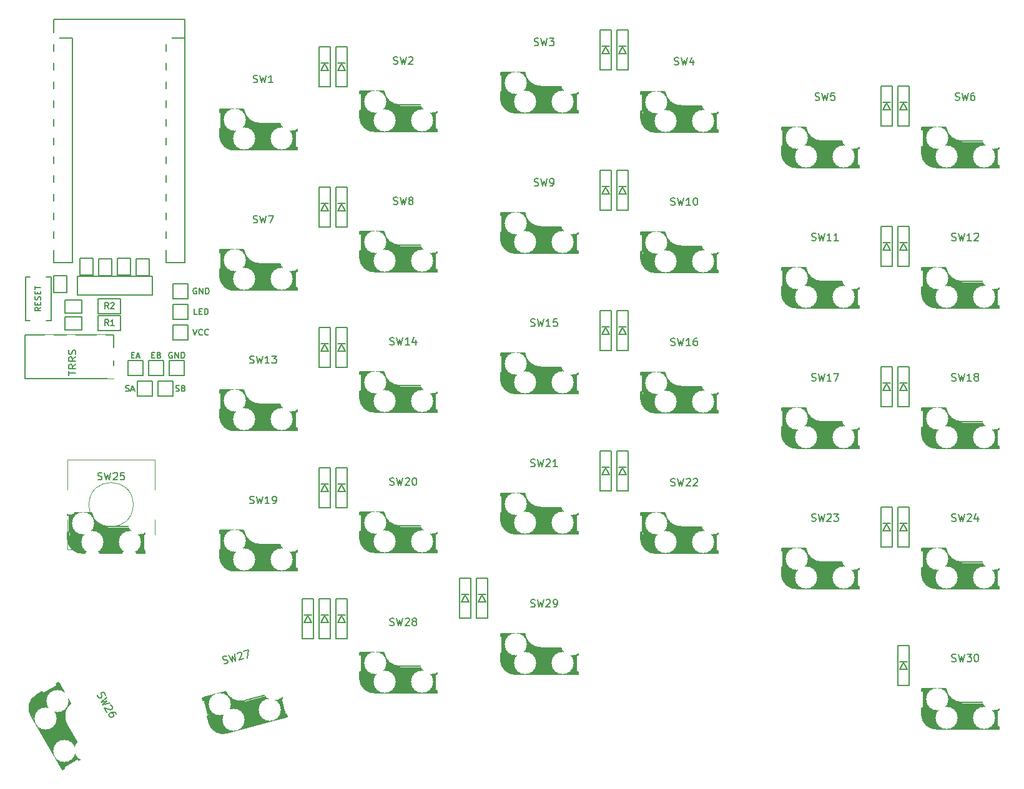
<source format=gto>
G04 #@! TF.GenerationSoftware,KiCad,Pcbnew,(6.0.2-0)*
G04 #@! TF.CreationDate,2022-02-19T09:10:40+00:00*
G04 #@! TF.ProjectId,SofleKeyboard,536f666c-654b-4657-9962-6f6172642e6b,rev?*
G04 #@! TF.SameCoordinates,Original*
G04 #@! TF.FileFunction,Legend,Top*
G04 #@! TF.FilePolarity,Positive*
%FSLAX46Y46*%
G04 Gerber Fmt 4.6, Leading zero omitted, Abs format (unit mm)*
G04 Created by KiCad (PCBNEW (6.0.2-0)) date 2022-02-19 09:10:40*
%MOMM*%
%LPD*%
G01*
G04 APERTURE LIST*
%ADD10C,0.150000*%
%ADD11C,0.400000*%
%ADD12C,0.800000*%
%ADD13C,0.500000*%
%ADD14C,3.500000*%
%ADD15C,3.000000*%
%ADD16C,1.000000*%
%ADD17C,0.300000*%
%ADD18C,0.120000*%
%ADD19C,1.397000*%
%ADD20C,1.524000*%
%ADD21C,1.200000*%
%ADD22O,2.500000X1.700000*%
%ADD23R,0.950000X1.300000*%
%ADD24R,1.143000X0.635000*%
%ADD25C,2.000000*%
%ADD26C,3.000000*%
%ADD27C,1.800000*%
%ADD28C,4.100000*%
%ADD29R,2.300000X2.000000*%
%ADD30O,1.500000X2.800000*%
%ADD31C,4.000000*%
%ADD32C,4.700000*%
%ADD33R,0.635000X1.143000*%
G04 APERTURE END LIST*
D10*
X92867805Y-82625660D02*
X92596872Y-82238612D01*
X92403348Y-82625660D02*
X92403348Y-81812860D01*
X92712986Y-81812860D01*
X92790395Y-81851565D01*
X92829100Y-81890269D01*
X92867805Y-81967679D01*
X92867805Y-82083793D01*
X92829100Y-82161203D01*
X92790395Y-82199907D01*
X92712986Y-82238612D01*
X92403348Y-82238612D01*
X93641900Y-82625660D02*
X93177443Y-82625660D01*
X93409672Y-82625660D02*
X93409672Y-81812860D01*
X93332262Y-81928974D01*
X93254852Y-82006384D01*
X93177443Y-82045088D01*
X92867805Y-80339660D02*
X92596872Y-79952612D01*
X92403348Y-80339660D02*
X92403348Y-79526860D01*
X92712986Y-79526860D01*
X92790395Y-79565565D01*
X92829100Y-79604269D01*
X92867805Y-79681679D01*
X92867805Y-79797793D01*
X92829100Y-79875203D01*
X92790395Y-79913907D01*
X92712986Y-79952612D01*
X92403348Y-79952612D01*
X93177443Y-79604269D02*
X93216148Y-79565565D01*
X93293557Y-79526860D01*
X93487081Y-79526860D01*
X93564491Y-79565565D01*
X93603195Y-79604269D01*
X93641900Y-79681679D01*
X93641900Y-79759088D01*
X93603195Y-79875203D01*
X93138738Y-80339660D01*
X93641900Y-80339660D01*
X83673904Y-80155904D02*
X83292952Y-80422571D01*
X83673904Y-80613047D02*
X82873904Y-80613047D01*
X82873904Y-80308285D01*
X82912000Y-80232095D01*
X82950095Y-80194000D01*
X83026285Y-80155904D01*
X83140571Y-80155904D01*
X83216761Y-80194000D01*
X83254857Y-80232095D01*
X83292952Y-80308285D01*
X83292952Y-80613047D01*
X83254857Y-79813047D02*
X83254857Y-79546380D01*
X83673904Y-79432095D02*
X83673904Y-79813047D01*
X82873904Y-79813047D01*
X82873904Y-79432095D01*
X83635809Y-79127333D02*
X83673904Y-79013047D01*
X83673904Y-78822571D01*
X83635809Y-78746380D01*
X83597714Y-78708285D01*
X83521523Y-78670190D01*
X83445333Y-78670190D01*
X83369142Y-78708285D01*
X83331047Y-78746380D01*
X83292952Y-78822571D01*
X83254857Y-78974952D01*
X83216761Y-79051142D01*
X83178666Y-79089238D01*
X83102476Y-79127333D01*
X83026285Y-79127333D01*
X82950095Y-79089238D01*
X82912000Y-79051142D01*
X82873904Y-78974952D01*
X82873904Y-78784476D01*
X82912000Y-78670190D01*
X83254857Y-78327333D02*
X83254857Y-78060666D01*
X83673904Y-77946380D02*
X83673904Y-78327333D01*
X82873904Y-78327333D01*
X82873904Y-77946380D01*
X82873904Y-77717809D02*
X82873904Y-77260666D01*
X83673904Y-77489238D02*
X82873904Y-77489238D01*
X83673904Y-80155904D02*
X83292952Y-80422571D01*
X83673904Y-80613047D02*
X82873904Y-80613047D01*
X82873904Y-80308285D01*
X82912000Y-80232095D01*
X82950095Y-80194000D01*
X83026285Y-80155904D01*
X83140571Y-80155904D01*
X83216761Y-80194000D01*
X83254857Y-80232095D01*
X83292952Y-80308285D01*
X83292952Y-80613047D01*
X83254857Y-79813047D02*
X83254857Y-79546380D01*
X83673904Y-79432095D02*
X83673904Y-79813047D01*
X82873904Y-79813047D01*
X82873904Y-79432095D01*
X83635809Y-79127333D02*
X83673904Y-79013047D01*
X83673904Y-78822571D01*
X83635809Y-78746380D01*
X83597714Y-78708285D01*
X83521523Y-78670190D01*
X83445333Y-78670190D01*
X83369142Y-78708285D01*
X83331047Y-78746380D01*
X83292952Y-78822571D01*
X83254857Y-78974952D01*
X83216761Y-79051142D01*
X83178666Y-79089238D01*
X83102476Y-79127333D01*
X83026285Y-79127333D01*
X82950095Y-79089238D01*
X82912000Y-79051142D01*
X82873904Y-78974952D01*
X82873904Y-78784476D01*
X82912000Y-78670190D01*
X83254857Y-78327333D02*
X83254857Y-78060666D01*
X83673904Y-77946380D02*
X83673904Y-78327333D01*
X82873904Y-78327333D01*
X82873904Y-77946380D01*
X82873904Y-77717809D02*
X82873904Y-77260666D01*
X83673904Y-77489238D02*
X82873904Y-77489238D01*
X112493846Y-49594141D02*
X112636703Y-49641760D01*
X112874799Y-49641760D01*
X112970037Y-49594141D01*
X113017656Y-49546522D01*
X113065275Y-49451284D01*
X113065275Y-49356046D01*
X113017656Y-49260808D01*
X112970037Y-49213189D01*
X112874799Y-49165570D01*
X112684322Y-49117951D01*
X112589084Y-49070332D01*
X112541465Y-49022713D01*
X112493846Y-48927475D01*
X112493846Y-48832237D01*
X112541465Y-48736999D01*
X112589084Y-48689380D01*
X112684322Y-48641760D01*
X112922418Y-48641760D01*
X113065275Y-48689380D01*
X113398608Y-48641760D02*
X113636703Y-49641760D01*
X113827180Y-48927475D01*
X114017656Y-49641760D01*
X114255751Y-48641760D01*
X115160513Y-49641760D02*
X114589084Y-49641760D01*
X114874799Y-49641760D02*
X114874799Y-48641760D01*
X114779560Y-48784618D01*
X114684322Y-48879856D01*
X114589084Y-48927475D01*
X131492666Y-47092761D02*
X131635523Y-47140380D01*
X131873619Y-47140380D01*
X131968857Y-47092761D01*
X132016476Y-47045142D01*
X132064095Y-46949904D01*
X132064095Y-46854666D01*
X132016476Y-46759428D01*
X131968857Y-46711809D01*
X131873619Y-46664190D01*
X131683142Y-46616571D01*
X131587904Y-46568952D01*
X131540285Y-46521333D01*
X131492666Y-46426095D01*
X131492666Y-46330857D01*
X131540285Y-46235619D01*
X131587904Y-46188000D01*
X131683142Y-46140380D01*
X131921238Y-46140380D01*
X132064095Y-46188000D01*
X132397428Y-46140380D02*
X132635523Y-47140380D01*
X132826000Y-46426095D01*
X133016476Y-47140380D01*
X133254571Y-46140380D01*
X133587904Y-46235619D02*
X133635523Y-46188000D01*
X133730761Y-46140380D01*
X133968857Y-46140380D01*
X134064095Y-46188000D01*
X134111714Y-46235619D01*
X134159333Y-46330857D01*
X134159333Y-46426095D01*
X134111714Y-46568952D01*
X133540285Y-47140380D01*
X134159333Y-47140380D01*
X150592666Y-44574761D02*
X150735523Y-44622380D01*
X150973619Y-44622380D01*
X151068857Y-44574761D01*
X151116476Y-44527142D01*
X151164095Y-44431904D01*
X151164095Y-44336666D01*
X151116476Y-44241428D01*
X151068857Y-44193809D01*
X150973619Y-44146190D01*
X150783142Y-44098571D01*
X150687904Y-44050952D01*
X150640285Y-44003333D01*
X150592666Y-43908095D01*
X150592666Y-43812857D01*
X150640285Y-43717619D01*
X150687904Y-43670000D01*
X150783142Y-43622380D01*
X151021238Y-43622380D01*
X151164095Y-43670000D01*
X151497428Y-43622380D02*
X151735523Y-44622380D01*
X151926000Y-43908095D01*
X152116476Y-44622380D01*
X152354571Y-43622380D01*
X152640285Y-43622380D02*
X153259333Y-43622380D01*
X152926000Y-44003333D01*
X153068857Y-44003333D01*
X153164095Y-44050952D01*
X153211714Y-44098571D01*
X153259333Y-44193809D01*
X153259333Y-44431904D01*
X153211714Y-44527142D01*
X153164095Y-44574761D01*
X153068857Y-44622380D01*
X152783142Y-44622380D01*
X152687904Y-44574761D01*
X152640285Y-44527142D01*
X169593666Y-47193761D02*
X169736523Y-47241380D01*
X169974619Y-47241380D01*
X170069857Y-47193761D01*
X170117476Y-47146142D01*
X170165095Y-47050904D01*
X170165095Y-46955666D01*
X170117476Y-46860428D01*
X170069857Y-46812809D01*
X169974619Y-46765190D01*
X169784142Y-46717571D01*
X169688904Y-46669952D01*
X169641285Y-46622333D01*
X169593666Y-46527095D01*
X169593666Y-46431857D01*
X169641285Y-46336619D01*
X169688904Y-46289000D01*
X169784142Y-46241380D01*
X170022238Y-46241380D01*
X170165095Y-46289000D01*
X170498428Y-46241380D02*
X170736523Y-47241380D01*
X170927000Y-46527095D01*
X171117476Y-47241380D01*
X171355571Y-46241380D01*
X172165095Y-46574714D02*
X172165095Y-47241380D01*
X171927000Y-46193761D02*
X171688904Y-46908047D01*
X172307952Y-46908047D01*
X188692666Y-51993761D02*
X188835523Y-52041380D01*
X189073619Y-52041380D01*
X189168857Y-51993761D01*
X189216476Y-51946142D01*
X189264095Y-51850904D01*
X189264095Y-51755666D01*
X189216476Y-51660428D01*
X189168857Y-51612809D01*
X189073619Y-51565190D01*
X188883142Y-51517571D01*
X188787904Y-51469952D01*
X188740285Y-51422333D01*
X188692666Y-51327095D01*
X188692666Y-51231857D01*
X188740285Y-51136619D01*
X188787904Y-51089000D01*
X188883142Y-51041380D01*
X189121238Y-51041380D01*
X189264095Y-51089000D01*
X189597428Y-51041380D02*
X189835523Y-52041380D01*
X190026000Y-51327095D01*
X190216476Y-52041380D01*
X190454571Y-51041380D01*
X191311714Y-51041380D02*
X190835523Y-51041380D01*
X190787904Y-51517571D01*
X190835523Y-51469952D01*
X190930761Y-51422333D01*
X191168857Y-51422333D01*
X191264095Y-51469952D01*
X191311714Y-51517571D01*
X191359333Y-51612809D01*
X191359333Y-51850904D01*
X191311714Y-51946142D01*
X191264095Y-51993761D01*
X191168857Y-52041380D01*
X190930761Y-52041380D01*
X190835523Y-51993761D01*
X190787904Y-51946142D01*
X207692006Y-51995501D02*
X207834863Y-52043120D01*
X208072959Y-52043120D01*
X208168197Y-51995501D01*
X208215816Y-51947882D01*
X208263435Y-51852644D01*
X208263435Y-51757406D01*
X208215816Y-51662168D01*
X208168197Y-51614549D01*
X208072959Y-51566930D01*
X207882482Y-51519311D01*
X207787244Y-51471692D01*
X207739625Y-51424073D01*
X207692006Y-51328835D01*
X207692006Y-51233597D01*
X207739625Y-51138359D01*
X207787244Y-51090740D01*
X207882482Y-51043120D01*
X208120578Y-51043120D01*
X208263435Y-51090740D01*
X208596768Y-51043120D02*
X208834863Y-52043120D01*
X209025340Y-51328835D01*
X209215816Y-52043120D01*
X209453911Y-51043120D01*
X210263435Y-51043120D02*
X210072959Y-51043120D01*
X209977720Y-51090740D01*
X209930101Y-51138359D01*
X209834863Y-51281216D01*
X209787244Y-51471692D01*
X209787244Y-51852644D01*
X209834863Y-51947882D01*
X209882482Y-51995501D01*
X209977720Y-52043120D01*
X210168197Y-52043120D01*
X210263435Y-51995501D01*
X210311054Y-51947882D01*
X210358673Y-51852644D01*
X210358673Y-51614549D01*
X210311054Y-51519311D01*
X210263435Y-51471692D01*
X210168197Y-51424073D01*
X209977720Y-51424073D01*
X209882482Y-51471692D01*
X209834863Y-51519311D01*
X209787244Y-51614549D01*
X112493846Y-68644141D02*
X112636703Y-68691760D01*
X112874799Y-68691760D01*
X112970037Y-68644141D01*
X113017656Y-68596522D01*
X113065275Y-68501284D01*
X113065275Y-68406046D01*
X113017656Y-68310808D01*
X112970037Y-68263189D01*
X112874799Y-68215570D01*
X112684322Y-68167951D01*
X112589084Y-68120332D01*
X112541465Y-68072713D01*
X112493846Y-67977475D01*
X112493846Y-67882237D01*
X112541465Y-67786999D01*
X112589084Y-67739380D01*
X112684322Y-67691760D01*
X112922418Y-67691760D01*
X113065275Y-67739380D01*
X113398608Y-67691760D02*
X113636703Y-68691760D01*
X113827180Y-67977475D01*
X114017656Y-68691760D01*
X114255751Y-67691760D01*
X114541465Y-67691760D02*
X115208132Y-67691760D01*
X114779560Y-68691760D01*
X131492666Y-66142761D02*
X131635523Y-66190380D01*
X131873619Y-66190380D01*
X131968857Y-66142761D01*
X132016476Y-66095142D01*
X132064095Y-65999904D01*
X132064095Y-65904666D01*
X132016476Y-65809428D01*
X131968857Y-65761809D01*
X131873619Y-65714190D01*
X131683142Y-65666571D01*
X131587904Y-65618952D01*
X131540285Y-65571333D01*
X131492666Y-65476095D01*
X131492666Y-65380857D01*
X131540285Y-65285619D01*
X131587904Y-65238000D01*
X131683142Y-65190380D01*
X131921238Y-65190380D01*
X132064095Y-65238000D01*
X132397428Y-65190380D02*
X132635523Y-66190380D01*
X132826000Y-65476095D01*
X133016476Y-66190380D01*
X133254571Y-65190380D01*
X133778380Y-65618952D02*
X133683142Y-65571333D01*
X133635523Y-65523714D01*
X133587904Y-65428476D01*
X133587904Y-65380857D01*
X133635523Y-65285619D01*
X133683142Y-65238000D01*
X133778380Y-65190380D01*
X133968857Y-65190380D01*
X134064095Y-65238000D01*
X134111714Y-65285619D01*
X134159333Y-65380857D01*
X134159333Y-65428476D01*
X134111714Y-65523714D01*
X134064095Y-65571333D01*
X133968857Y-65618952D01*
X133778380Y-65618952D01*
X133683142Y-65666571D01*
X133635523Y-65714190D01*
X133587904Y-65809428D01*
X133587904Y-65999904D01*
X133635523Y-66095142D01*
X133683142Y-66142761D01*
X133778380Y-66190380D01*
X133968857Y-66190380D01*
X134064095Y-66142761D01*
X134111714Y-66095142D01*
X134159333Y-65999904D01*
X134159333Y-65809428D01*
X134111714Y-65714190D01*
X134064095Y-65666571D01*
X133968857Y-65618952D01*
X150592666Y-63624761D02*
X150735523Y-63672380D01*
X150973619Y-63672380D01*
X151068857Y-63624761D01*
X151116476Y-63577142D01*
X151164095Y-63481904D01*
X151164095Y-63386666D01*
X151116476Y-63291428D01*
X151068857Y-63243809D01*
X150973619Y-63196190D01*
X150783142Y-63148571D01*
X150687904Y-63100952D01*
X150640285Y-63053333D01*
X150592666Y-62958095D01*
X150592666Y-62862857D01*
X150640285Y-62767619D01*
X150687904Y-62720000D01*
X150783142Y-62672380D01*
X151021238Y-62672380D01*
X151164095Y-62720000D01*
X151497428Y-62672380D02*
X151735523Y-63672380D01*
X151926000Y-62958095D01*
X152116476Y-63672380D01*
X152354571Y-62672380D01*
X152783142Y-63672380D02*
X152973619Y-63672380D01*
X153068857Y-63624761D01*
X153116476Y-63577142D01*
X153211714Y-63434285D01*
X153259333Y-63243809D01*
X153259333Y-62862857D01*
X153211714Y-62767619D01*
X153164095Y-62720000D01*
X153068857Y-62672380D01*
X152878380Y-62672380D01*
X152783142Y-62720000D01*
X152735523Y-62767619D01*
X152687904Y-62862857D01*
X152687904Y-63100952D01*
X152735523Y-63196190D01*
X152783142Y-63243809D01*
X152878380Y-63291428D01*
X153068857Y-63291428D01*
X153164095Y-63243809D01*
X153211714Y-63196190D01*
X153259333Y-63100952D01*
X169117476Y-66243761D02*
X169260333Y-66291380D01*
X169498428Y-66291380D01*
X169593666Y-66243761D01*
X169641285Y-66196142D01*
X169688904Y-66100904D01*
X169688904Y-66005666D01*
X169641285Y-65910428D01*
X169593666Y-65862809D01*
X169498428Y-65815190D01*
X169307952Y-65767571D01*
X169212714Y-65719952D01*
X169165095Y-65672333D01*
X169117476Y-65577095D01*
X169117476Y-65481857D01*
X169165095Y-65386619D01*
X169212714Y-65339000D01*
X169307952Y-65291380D01*
X169546047Y-65291380D01*
X169688904Y-65339000D01*
X170022238Y-65291380D02*
X170260333Y-66291380D01*
X170450809Y-65577095D01*
X170641285Y-66291380D01*
X170879380Y-65291380D01*
X171784142Y-66291380D02*
X171212714Y-66291380D01*
X171498428Y-66291380D02*
X171498428Y-65291380D01*
X171403190Y-65434238D01*
X171307952Y-65529476D01*
X171212714Y-65577095D01*
X172403190Y-65291380D02*
X172498428Y-65291380D01*
X172593666Y-65339000D01*
X172641285Y-65386619D01*
X172688904Y-65481857D01*
X172736523Y-65672333D01*
X172736523Y-65910428D01*
X172688904Y-66100904D01*
X172641285Y-66196142D01*
X172593666Y-66243761D01*
X172498428Y-66291380D01*
X172403190Y-66291380D01*
X172307952Y-66243761D01*
X172260333Y-66196142D01*
X172212714Y-66100904D01*
X172165095Y-65910428D01*
X172165095Y-65672333D01*
X172212714Y-65481857D01*
X172260333Y-65386619D01*
X172307952Y-65339000D01*
X172403190Y-65291380D01*
X188216476Y-71043761D02*
X188359333Y-71091380D01*
X188597428Y-71091380D01*
X188692666Y-71043761D01*
X188740285Y-70996142D01*
X188787904Y-70900904D01*
X188787904Y-70805666D01*
X188740285Y-70710428D01*
X188692666Y-70662809D01*
X188597428Y-70615190D01*
X188406952Y-70567571D01*
X188311714Y-70519952D01*
X188264095Y-70472333D01*
X188216476Y-70377095D01*
X188216476Y-70281857D01*
X188264095Y-70186619D01*
X188311714Y-70139000D01*
X188406952Y-70091380D01*
X188645047Y-70091380D01*
X188787904Y-70139000D01*
X189121238Y-70091380D02*
X189359333Y-71091380D01*
X189549809Y-70377095D01*
X189740285Y-71091380D01*
X189978380Y-70091380D01*
X190883142Y-71091380D02*
X190311714Y-71091380D01*
X190597428Y-71091380D02*
X190597428Y-70091380D01*
X190502190Y-70234238D01*
X190406952Y-70329476D01*
X190311714Y-70377095D01*
X191835523Y-71091380D02*
X191264095Y-71091380D01*
X191549809Y-71091380D02*
X191549809Y-70091380D01*
X191454571Y-70234238D01*
X191359333Y-70329476D01*
X191264095Y-70377095D01*
X207215816Y-71045501D02*
X207358673Y-71093120D01*
X207596768Y-71093120D01*
X207692006Y-71045501D01*
X207739625Y-70997882D01*
X207787244Y-70902644D01*
X207787244Y-70807406D01*
X207739625Y-70712168D01*
X207692006Y-70664549D01*
X207596768Y-70616930D01*
X207406292Y-70569311D01*
X207311054Y-70521692D01*
X207263435Y-70474073D01*
X207215816Y-70378835D01*
X207215816Y-70283597D01*
X207263435Y-70188359D01*
X207311054Y-70140740D01*
X207406292Y-70093120D01*
X207644387Y-70093120D01*
X207787244Y-70140740D01*
X208120578Y-70093120D02*
X208358673Y-71093120D01*
X208549149Y-70378835D01*
X208739625Y-71093120D01*
X208977720Y-70093120D01*
X209882482Y-71093120D02*
X209311054Y-71093120D01*
X209596768Y-71093120D02*
X209596768Y-70093120D01*
X209501530Y-70235978D01*
X209406292Y-70331216D01*
X209311054Y-70378835D01*
X210263435Y-70188359D02*
X210311054Y-70140740D01*
X210406292Y-70093120D01*
X210644387Y-70093120D01*
X210739625Y-70140740D01*
X210787244Y-70188359D01*
X210834863Y-70283597D01*
X210834863Y-70378835D01*
X210787244Y-70521692D01*
X210215816Y-71093120D01*
X210834863Y-71093120D01*
X112017656Y-87694141D02*
X112160513Y-87741760D01*
X112398608Y-87741760D01*
X112493846Y-87694141D01*
X112541465Y-87646522D01*
X112589084Y-87551284D01*
X112589084Y-87456046D01*
X112541465Y-87360808D01*
X112493846Y-87313189D01*
X112398608Y-87265570D01*
X112208132Y-87217951D01*
X112112894Y-87170332D01*
X112065275Y-87122713D01*
X112017656Y-87027475D01*
X112017656Y-86932237D01*
X112065275Y-86836999D01*
X112112894Y-86789380D01*
X112208132Y-86741760D01*
X112446227Y-86741760D01*
X112589084Y-86789380D01*
X112922418Y-86741760D02*
X113160513Y-87741760D01*
X113350989Y-87027475D01*
X113541465Y-87741760D01*
X113779560Y-86741760D01*
X114684322Y-87741760D02*
X114112894Y-87741760D01*
X114398608Y-87741760D02*
X114398608Y-86741760D01*
X114303370Y-86884618D01*
X114208132Y-86979856D01*
X114112894Y-87027475D01*
X115017656Y-86741760D02*
X115636703Y-86741760D01*
X115303370Y-87122713D01*
X115446227Y-87122713D01*
X115541465Y-87170332D01*
X115589084Y-87217951D01*
X115636703Y-87313189D01*
X115636703Y-87551284D01*
X115589084Y-87646522D01*
X115541465Y-87694141D01*
X115446227Y-87741760D01*
X115160513Y-87741760D01*
X115065275Y-87694141D01*
X115017656Y-87646522D01*
X131016476Y-85192761D02*
X131159333Y-85240380D01*
X131397428Y-85240380D01*
X131492666Y-85192761D01*
X131540285Y-85145142D01*
X131587904Y-85049904D01*
X131587904Y-84954666D01*
X131540285Y-84859428D01*
X131492666Y-84811809D01*
X131397428Y-84764190D01*
X131206952Y-84716571D01*
X131111714Y-84668952D01*
X131064095Y-84621333D01*
X131016476Y-84526095D01*
X131016476Y-84430857D01*
X131064095Y-84335619D01*
X131111714Y-84288000D01*
X131206952Y-84240380D01*
X131445047Y-84240380D01*
X131587904Y-84288000D01*
X131921238Y-84240380D02*
X132159333Y-85240380D01*
X132349809Y-84526095D01*
X132540285Y-85240380D01*
X132778380Y-84240380D01*
X133683142Y-85240380D02*
X133111714Y-85240380D01*
X133397428Y-85240380D02*
X133397428Y-84240380D01*
X133302190Y-84383238D01*
X133206952Y-84478476D01*
X133111714Y-84526095D01*
X134540285Y-84573714D02*
X134540285Y-85240380D01*
X134302190Y-84192761D02*
X134064095Y-84907047D01*
X134683142Y-84907047D01*
X150116476Y-82674761D02*
X150259333Y-82722380D01*
X150497428Y-82722380D01*
X150592666Y-82674761D01*
X150640285Y-82627142D01*
X150687904Y-82531904D01*
X150687904Y-82436666D01*
X150640285Y-82341428D01*
X150592666Y-82293809D01*
X150497428Y-82246190D01*
X150306952Y-82198571D01*
X150211714Y-82150952D01*
X150164095Y-82103333D01*
X150116476Y-82008095D01*
X150116476Y-81912857D01*
X150164095Y-81817619D01*
X150211714Y-81770000D01*
X150306952Y-81722380D01*
X150545047Y-81722380D01*
X150687904Y-81770000D01*
X151021238Y-81722380D02*
X151259333Y-82722380D01*
X151449809Y-82008095D01*
X151640285Y-82722380D01*
X151878380Y-81722380D01*
X152783142Y-82722380D02*
X152211714Y-82722380D01*
X152497428Y-82722380D02*
X152497428Y-81722380D01*
X152402190Y-81865238D01*
X152306952Y-81960476D01*
X152211714Y-82008095D01*
X153687904Y-81722380D02*
X153211714Y-81722380D01*
X153164095Y-82198571D01*
X153211714Y-82150952D01*
X153306952Y-82103333D01*
X153545047Y-82103333D01*
X153640285Y-82150952D01*
X153687904Y-82198571D01*
X153735523Y-82293809D01*
X153735523Y-82531904D01*
X153687904Y-82627142D01*
X153640285Y-82674761D01*
X153545047Y-82722380D01*
X153306952Y-82722380D01*
X153211714Y-82674761D01*
X153164095Y-82627142D01*
X169117476Y-85293761D02*
X169260333Y-85341380D01*
X169498428Y-85341380D01*
X169593666Y-85293761D01*
X169641285Y-85246142D01*
X169688904Y-85150904D01*
X169688904Y-85055666D01*
X169641285Y-84960428D01*
X169593666Y-84912809D01*
X169498428Y-84865190D01*
X169307952Y-84817571D01*
X169212714Y-84769952D01*
X169165095Y-84722333D01*
X169117476Y-84627095D01*
X169117476Y-84531857D01*
X169165095Y-84436619D01*
X169212714Y-84389000D01*
X169307952Y-84341380D01*
X169546047Y-84341380D01*
X169688904Y-84389000D01*
X170022238Y-84341380D02*
X170260333Y-85341380D01*
X170450809Y-84627095D01*
X170641285Y-85341380D01*
X170879380Y-84341380D01*
X171784142Y-85341380D02*
X171212714Y-85341380D01*
X171498428Y-85341380D02*
X171498428Y-84341380D01*
X171403190Y-84484238D01*
X171307952Y-84579476D01*
X171212714Y-84627095D01*
X172641285Y-84341380D02*
X172450809Y-84341380D01*
X172355571Y-84389000D01*
X172307952Y-84436619D01*
X172212714Y-84579476D01*
X172165095Y-84769952D01*
X172165095Y-85150904D01*
X172212714Y-85246142D01*
X172260333Y-85293761D01*
X172355571Y-85341380D01*
X172546047Y-85341380D01*
X172641285Y-85293761D01*
X172688904Y-85246142D01*
X172736523Y-85150904D01*
X172736523Y-84912809D01*
X172688904Y-84817571D01*
X172641285Y-84769952D01*
X172546047Y-84722333D01*
X172355571Y-84722333D01*
X172260333Y-84769952D01*
X172212714Y-84817571D01*
X172165095Y-84912809D01*
X188216476Y-90093761D02*
X188359333Y-90141380D01*
X188597428Y-90141380D01*
X188692666Y-90093761D01*
X188740285Y-90046142D01*
X188787904Y-89950904D01*
X188787904Y-89855666D01*
X188740285Y-89760428D01*
X188692666Y-89712809D01*
X188597428Y-89665190D01*
X188406952Y-89617571D01*
X188311714Y-89569952D01*
X188264095Y-89522333D01*
X188216476Y-89427095D01*
X188216476Y-89331857D01*
X188264095Y-89236619D01*
X188311714Y-89189000D01*
X188406952Y-89141380D01*
X188645047Y-89141380D01*
X188787904Y-89189000D01*
X189121238Y-89141380D02*
X189359333Y-90141380D01*
X189549809Y-89427095D01*
X189740285Y-90141380D01*
X189978380Y-89141380D01*
X190883142Y-90141380D02*
X190311714Y-90141380D01*
X190597428Y-90141380D02*
X190597428Y-89141380D01*
X190502190Y-89284238D01*
X190406952Y-89379476D01*
X190311714Y-89427095D01*
X191216476Y-89141380D02*
X191883142Y-89141380D01*
X191454571Y-90141380D01*
X112017656Y-106744141D02*
X112160513Y-106791760D01*
X112398608Y-106791760D01*
X112493846Y-106744141D01*
X112541465Y-106696522D01*
X112589084Y-106601284D01*
X112589084Y-106506046D01*
X112541465Y-106410808D01*
X112493846Y-106363189D01*
X112398608Y-106315570D01*
X112208132Y-106267951D01*
X112112894Y-106220332D01*
X112065275Y-106172713D01*
X112017656Y-106077475D01*
X112017656Y-105982237D01*
X112065275Y-105886999D01*
X112112894Y-105839380D01*
X112208132Y-105791760D01*
X112446227Y-105791760D01*
X112589084Y-105839380D01*
X112922418Y-105791760D02*
X113160513Y-106791760D01*
X113350989Y-106077475D01*
X113541465Y-106791760D01*
X113779560Y-105791760D01*
X114684322Y-106791760D02*
X114112894Y-106791760D01*
X114398608Y-106791760D02*
X114398608Y-105791760D01*
X114303370Y-105934618D01*
X114208132Y-106029856D01*
X114112894Y-106077475D01*
X115160513Y-106791760D02*
X115350989Y-106791760D01*
X115446227Y-106744141D01*
X115493846Y-106696522D01*
X115589084Y-106553665D01*
X115636703Y-106363189D01*
X115636703Y-105982237D01*
X115589084Y-105886999D01*
X115541465Y-105839380D01*
X115446227Y-105791760D01*
X115255751Y-105791760D01*
X115160513Y-105839380D01*
X115112894Y-105886999D01*
X115065275Y-105982237D01*
X115065275Y-106220332D01*
X115112894Y-106315570D01*
X115160513Y-106363189D01*
X115255751Y-106410808D01*
X115446227Y-106410808D01*
X115541465Y-106363189D01*
X115589084Y-106315570D01*
X115636703Y-106220332D01*
X131016476Y-104242761D02*
X131159333Y-104290380D01*
X131397428Y-104290380D01*
X131492666Y-104242761D01*
X131540285Y-104195142D01*
X131587904Y-104099904D01*
X131587904Y-104004666D01*
X131540285Y-103909428D01*
X131492666Y-103861809D01*
X131397428Y-103814190D01*
X131206952Y-103766571D01*
X131111714Y-103718952D01*
X131064095Y-103671333D01*
X131016476Y-103576095D01*
X131016476Y-103480857D01*
X131064095Y-103385619D01*
X131111714Y-103338000D01*
X131206952Y-103290380D01*
X131445047Y-103290380D01*
X131587904Y-103338000D01*
X131921238Y-103290380D02*
X132159333Y-104290380D01*
X132349809Y-103576095D01*
X132540285Y-104290380D01*
X132778380Y-103290380D01*
X133111714Y-103385619D02*
X133159333Y-103338000D01*
X133254571Y-103290380D01*
X133492666Y-103290380D01*
X133587904Y-103338000D01*
X133635523Y-103385619D01*
X133683142Y-103480857D01*
X133683142Y-103576095D01*
X133635523Y-103718952D01*
X133064095Y-104290380D01*
X133683142Y-104290380D01*
X134302190Y-103290380D02*
X134397428Y-103290380D01*
X134492666Y-103338000D01*
X134540285Y-103385619D01*
X134587904Y-103480857D01*
X134635523Y-103671333D01*
X134635523Y-103909428D01*
X134587904Y-104099904D01*
X134540285Y-104195142D01*
X134492666Y-104242761D01*
X134397428Y-104290380D01*
X134302190Y-104290380D01*
X134206952Y-104242761D01*
X134159333Y-104195142D01*
X134111714Y-104099904D01*
X134064095Y-103909428D01*
X134064095Y-103671333D01*
X134111714Y-103480857D01*
X134159333Y-103385619D01*
X134206952Y-103338000D01*
X134302190Y-103290380D01*
X150116476Y-101724761D02*
X150259333Y-101772380D01*
X150497428Y-101772380D01*
X150592666Y-101724761D01*
X150640285Y-101677142D01*
X150687904Y-101581904D01*
X150687904Y-101486666D01*
X150640285Y-101391428D01*
X150592666Y-101343809D01*
X150497428Y-101296190D01*
X150306952Y-101248571D01*
X150211714Y-101200952D01*
X150164095Y-101153333D01*
X150116476Y-101058095D01*
X150116476Y-100962857D01*
X150164095Y-100867619D01*
X150211714Y-100820000D01*
X150306952Y-100772380D01*
X150545047Y-100772380D01*
X150687904Y-100820000D01*
X151021238Y-100772380D02*
X151259333Y-101772380D01*
X151449809Y-101058095D01*
X151640285Y-101772380D01*
X151878380Y-100772380D01*
X152211714Y-100867619D02*
X152259333Y-100820000D01*
X152354571Y-100772380D01*
X152592666Y-100772380D01*
X152687904Y-100820000D01*
X152735523Y-100867619D01*
X152783142Y-100962857D01*
X152783142Y-101058095D01*
X152735523Y-101200952D01*
X152164095Y-101772380D01*
X152783142Y-101772380D01*
X153735523Y-101772380D02*
X153164095Y-101772380D01*
X153449809Y-101772380D02*
X153449809Y-100772380D01*
X153354571Y-100915238D01*
X153259333Y-101010476D01*
X153164095Y-101058095D01*
X169117476Y-104343761D02*
X169260333Y-104391380D01*
X169498428Y-104391380D01*
X169593666Y-104343761D01*
X169641285Y-104296142D01*
X169688904Y-104200904D01*
X169688904Y-104105666D01*
X169641285Y-104010428D01*
X169593666Y-103962809D01*
X169498428Y-103915190D01*
X169307952Y-103867571D01*
X169212714Y-103819952D01*
X169165095Y-103772333D01*
X169117476Y-103677095D01*
X169117476Y-103581857D01*
X169165095Y-103486619D01*
X169212714Y-103439000D01*
X169307952Y-103391380D01*
X169546047Y-103391380D01*
X169688904Y-103439000D01*
X170022238Y-103391380D02*
X170260333Y-104391380D01*
X170450809Y-103677095D01*
X170641285Y-104391380D01*
X170879380Y-103391380D01*
X171212714Y-103486619D02*
X171260333Y-103439000D01*
X171355571Y-103391380D01*
X171593666Y-103391380D01*
X171688904Y-103439000D01*
X171736523Y-103486619D01*
X171784142Y-103581857D01*
X171784142Y-103677095D01*
X171736523Y-103819952D01*
X171165095Y-104391380D01*
X171784142Y-104391380D01*
X172165095Y-103486619D02*
X172212714Y-103439000D01*
X172307952Y-103391380D01*
X172546047Y-103391380D01*
X172641285Y-103439000D01*
X172688904Y-103486619D01*
X172736523Y-103581857D01*
X172736523Y-103677095D01*
X172688904Y-103819952D01*
X172117476Y-104391380D01*
X172736523Y-104391380D01*
X188216476Y-109143761D02*
X188359333Y-109191380D01*
X188597428Y-109191380D01*
X188692666Y-109143761D01*
X188740285Y-109096142D01*
X188787904Y-109000904D01*
X188787904Y-108905666D01*
X188740285Y-108810428D01*
X188692666Y-108762809D01*
X188597428Y-108715190D01*
X188406952Y-108667571D01*
X188311714Y-108619952D01*
X188264095Y-108572333D01*
X188216476Y-108477095D01*
X188216476Y-108381857D01*
X188264095Y-108286619D01*
X188311714Y-108239000D01*
X188406952Y-108191380D01*
X188645047Y-108191380D01*
X188787904Y-108239000D01*
X189121238Y-108191380D02*
X189359333Y-109191380D01*
X189549809Y-108477095D01*
X189740285Y-109191380D01*
X189978380Y-108191380D01*
X190311714Y-108286619D02*
X190359333Y-108239000D01*
X190454571Y-108191380D01*
X190692666Y-108191380D01*
X190787904Y-108239000D01*
X190835523Y-108286619D01*
X190883142Y-108381857D01*
X190883142Y-108477095D01*
X190835523Y-108619952D01*
X190264095Y-109191380D01*
X190883142Y-109191380D01*
X191216476Y-108191380D02*
X191835523Y-108191380D01*
X191502190Y-108572333D01*
X191645047Y-108572333D01*
X191740285Y-108619952D01*
X191787904Y-108667571D01*
X191835523Y-108762809D01*
X191835523Y-109000904D01*
X191787904Y-109096142D01*
X191740285Y-109143761D01*
X191645047Y-109191380D01*
X191359333Y-109191380D01*
X191264095Y-109143761D01*
X191216476Y-109096142D01*
X91350780Y-132764287D02*
X91380969Y-132911814D01*
X91500016Y-133118011D01*
X91588875Y-133176680D01*
X91653924Y-133194110D01*
X91760212Y-133187730D01*
X91842690Y-133140111D01*
X91901359Y-133051253D01*
X91918789Y-132986204D01*
X91912409Y-132879916D01*
X91858411Y-132691149D01*
X91852031Y-132584861D01*
X91869461Y-132519812D01*
X91928130Y-132430954D01*
X92010608Y-132383334D01*
X92116897Y-132376955D01*
X92181945Y-132394385D01*
X92270804Y-132453054D01*
X92389851Y-132659250D01*
X92420041Y-132806778D01*
X92627947Y-133071643D02*
X91880969Y-133777840D01*
X92594796Y-133585654D01*
X92071445Y-134107754D01*
X93056518Y-133813951D01*
X93140706Y-134150245D02*
X93205755Y-134167675D01*
X93294613Y-134226344D01*
X93413661Y-134432540D01*
X93420041Y-134538828D01*
X93402611Y-134603877D01*
X93343942Y-134692736D01*
X93261463Y-134740355D01*
X93113936Y-134770544D01*
X92333350Y-134561387D01*
X92642874Y-135097497D01*
X93937470Y-135339805D02*
X93842232Y-135174848D01*
X93753374Y-135116179D01*
X93688325Y-135098749D01*
X93516988Y-135087699D01*
X93328221Y-135141698D01*
X92998307Y-135332174D01*
X92939638Y-135421032D01*
X92922208Y-135486081D01*
X92928588Y-135592369D01*
X93023826Y-135757326D01*
X93112684Y-135815995D01*
X93177733Y-135833425D01*
X93284021Y-135827045D01*
X93490218Y-135707998D01*
X93548887Y-135619139D01*
X93566317Y-135554091D01*
X93559937Y-135447803D01*
X93464699Y-135282845D01*
X93375840Y-135224176D01*
X93310792Y-135206746D01*
X93204503Y-135213126D01*
X108554437Y-128515532D02*
X108704751Y-128524554D01*
X108934733Y-128462930D01*
X109014401Y-128392285D01*
X109048073Y-128333963D01*
X109069420Y-128229646D01*
X109044771Y-128137653D01*
X108974125Y-128057985D01*
X108915804Y-128024313D01*
X108811486Y-128002966D01*
X108615176Y-128006268D01*
X108510858Y-127984921D01*
X108452537Y-127951249D01*
X108381891Y-127871581D01*
X108357241Y-127779588D01*
X108378588Y-127675271D01*
X108412260Y-127616949D01*
X108491928Y-127546303D01*
X108721911Y-127484680D01*
X108872225Y-127493702D01*
X109181875Y-127361433D02*
X109670677Y-128265735D01*
X109669792Y-127526489D01*
X110038648Y-128167137D01*
X110009812Y-127139588D01*
X110356437Y-127145308D02*
X110390108Y-127086987D01*
X110469776Y-127016341D01*
X110699759Y-126954717D01*
X110804076Y-126976064D01*
X110862398Y-127009736D01*
X110933044Y-127089404D01*
X110957693Y-127181397D01*
X110948671Y-127331711D01*
X110544610Y-128031565D01*
X111142564Y-127871344D01*
X111205720Y-126819145D02*
X111849671Y-126646599D01*
X111694521Y-127723447D01*
X131016476Y-123292761D02*
X131159333Y-123340380D01*
X131397428Y-123340380D01*
X131492666Y-123292761D01*
X131540285Y-123245142D01*
X131587904Y-123149904D01*
X131587904Y-123054666D01*
X131540285Y-122959428D01*
X131492666Y-122911809D01*
X131397428Y-122864190D01*
X131206952Y-122816571D01*
X131111714Y-122768952D01*
X131064095Y-122721333D01*
X131016476Y-122626095D01*
X131016476Y-122530857D01*
X131064095Y-122435619D01*
X131111714Y-122388000D01*
X131206952Y-122340380D01*
X131445047Y-122340380D01*
X131587904Y-122388000D01*
X131921238Y-122340380D02*
X132159333Y-123340380D01*
X132349809Y-122626095D01*
X132540285Y-123340380D01*
X132778380Y-122340380D01*
X133111714Y-122435619D02*
X133159333Y-122388000D01*
X133254571Y-122340380D01*
X133492666Y-122340380D01*
X133587904Y-122388000D01*
X133635523Y-122435619D01*
X133683142Y-122530857D01*
X133683142Y-122626095D01*
X133635523Y-122768952D01*
X133064095Y-123340380D01*
X133683142Y-123340380D01*
X134254571Y-122768952D02*
X134159333Y-122721333D01*
X134111714Y-122673714D01*
X134064095Y-122578476D01*
X134064095Y-122530857D01*
X134111714Y-122435619D01*
X134159333Y-122388000D01*
X134254571Y-122340380D01*
X134445047Y-122340380D01*
X134540285Y-122388000D01*
X134587904Y-122435619D01*
X134635523Y-122530857D01*
X134635523Y-122578476D01*
X134587904Y-122673714D01*
X134540285Y-122721333D01*
X134445047Y-122768952D01*
X134254571Y-122768952D01*
X134159333Y-122816571D01*
X134111714Y-122864190D01*
X134064095Y-122959428D01*
X134064095Y-123149904D01*
X134111714Y-123245142D01*
X134159333Y-123292761D01*
X134254571Y-123340380D01*
X134445047Y-123340380D01*
X134540285Y-123292761D01*
X134587904Y-123245142D01*
X134635523Y-123149904D01*
X134635523Y-122959428D01*
X134587904Y-122864190D01*
X134540285Y-122816571D01*
X134445047Y-122768952D01*
X150116476Y-120774761D02*
X150259333Y-120822380D01*
X150497428Y-120822380D01*
X150592666Y-120774761D01*
X150640285Y-120727142D01*
X150687904Y-120631904D01*
X150687904Y-120536666D01*
X150640285Y-120441428D01*
X150592666Y-120393809D01*
X150497428Y-120346190D01*
X150306952Y-120298571D01*
X150211714Y-120250952D01*
X150164095Y-120203333D01*
X150116476Y-120108095D01*
X150116476Y-120012857D01*
X150164095Y-119917619D01*
X150211714Y-119870000D01*
X150306952Y-119822380D01*
X150545047Y-119822380D01*
X150687904Y-119870000D01*
X151021238Y-119822380D02*
X151259333Y-120822380D01*
X151449809Y-120108095D01*
X151640285Y-120822380D01*
X151878380Y-119822380D01*
X152211714Y-119917619D02*
X152259333Y-119870000D01*
X152354571Y-119822380D01*
X152592666Y-119822380D01*
X152687904Y-119870000D01*
X152735523Y-119917619D01*
X152783142Y-120012857D01*
X152783142Y-120108095D01*
X152735523Y-120250952D01*
X152164095Y-120822380D01*
X152783142Y-120822380D01*
X153259333Y-120822380D02*
X153449809Y-120822380D01*
X153545047Y-120774761D01*
X153592666Y-120727142D01*
X153687904Y-120584285D01*
X153735523Y-120393809D01*
X153735523Y-120012857D01*
X153687904Y-119917619D01*
X153640285Y-119870000D01*
X153545047Y-119822380D01*
X153354571Y-119822380D01*
X153259333Y-119870000D01*
X153211714Y-119917619D01*
X153164095Y-120012857D01*
X153164095Y-120250952D01*
X153211714Y-120346190D01*
X153259333Y-120393809D01*
X153354571Y-120441428D01*
X153545047Y-120441428D01*
X153640285Y-120393809D01*
X153687904Y-120346190D01*
X153735523Y-120250952D01*
X207215816Y-128195501D02*
X207358673Y-128243120D01*
X207596768Y-128243120D01*
X207692006Y-128195501D01*
X207739625Y-128147882D01*
X207787244Y-128052644D01*
X207787244Y-127957406D01*
X207739625Y-127862168D01*
X207692006Y-127814549D01*
X207596768Y-127766930D01*
X207406292Y-127719311D01*
X207311054Y-127671692D01*
X207263435Y-127624073D01*
X207215816Y-127528835D01*
X207215816Y-127433597D01*
X207263435Y-127338359D01*
X207311054Y-127290740D01*
X207406292Y-127243120D01*
X207644387Y-127243120D01*
X207787244Y-127290740D01*
X208120578Y-127243120D02*
X208358673Y-128243120D01*
X208549149Y-127528835D01*
X208739625Y-128243120D01*
X208977720Y-127243120D01*
X209263435Y-127243120D02*
X209882482Y-127243120D01*
X209549149Y-127624073D01*
X209692006Y-127624073D01*
X209787244Y-127671692D01*
X209834863Y-127719311D01*
X209882482Y-127814549D01*
X209882482Y-128052644D01*
X209834863Y-128147882D01*
X209787244Y-128195501D01*
X209692006Y-128243120D01*
X209406292Y-128243120D01*
X209311054Y-128195501D01*
X209263435Y-128147882D01*
X210501530Y-127243120D02*
X210596768Y-127243120D01*
X210692006Y-127290740D01*
X210739625Y-127338359D01*
X210787244Y-127433597D01*
X210834863Y-127624073D01*
X210834863Y-127862168D01*
X210787244Y-128052644D01*
X210739625Y-128147882D01*
X210692006Y-128195501D01*
X210596768Y-128243120D01*
X210501530Y-128243120D01*
X210406292Y-128195501D01*
X210358673Y-128147882D01*
X210311054Y-128052644D01*
X210263435Y-127862168D01*
X210263435Y-127624073D01*
X210311054Y-127433597D01*
X210358673Y-127338359D01*
X210406292Y-127290740D01*
X210501530Y-127243120D01*
X87436380Y-89379904D02*
X87436380Y-88808476D01*
X88436380Y-89094190D02*
X87436380Y-89094190D01*
X88436380Y-87903714D02*
X87960190Y-88237047D01*
X88436380Y-88475142D02*
X87436380Y-88475142D01*
X87436380Y-88094190D01*
X87484000Y-87998952D01*
X87531619Y-87951333D01*
X87626857Y-87903714D01*
X87769714Y-87903714D01*
X87864952Y-87951333D01*
X87912571Y-87998952D01*
X87960190Y-88094190D01*
X87960190Y-88475142D01*
X88436380Y-86903714D02*
X87960190Y-87237047D01*
X88436380Y-87475142D02*
X87436380Y-87475142D01*
X87436380Y-87094190D01*
X87484000Y-86998952D01*
X87531619Y-86951333D01*
X87626857Y-86903714D01*
X87769714Y-86903714D01*
X87864952Y-86951333D01*
X87912571Y-86998952D01*
X87960190Y-87094190D01*
X87960190Y-87475142D01*
X88388761Y-86522761D02*
X88436380Y-86379904D01*
X88436380Y-86141809D01*
X88388761Y-86046571D01*
X88341142Y-85998952D01*
X88245904Y-85951333D01*
X88150666Y-85951333D01*
X88055428Y-85998952D01*
X88007809Y-86046571D01*
X87960190Y-86141809D01*
X87912571Y-86332285D01*
X87864952Y-86427523D01*
X87817333Y-86475142D01*
X87722095Y-86522761D01*
X87626857Y-86522761D01*
X87531619Y-86475142D01*
X87484000Y-86427523D01*
X87436380Y-86332285D01*
X87436380Y-86094190D01*
X87484000Y-85951333D01*
X87436380Y-89379904D02*
X87436380Y-88808476D01*
X88436380Y-89094190D02*
X87436380Y-89094190D01*
X88436380Y-87903714D02*
X87960190Y-88237047D01*
X88436380Y-88475142D02*
X87436380Y-88475142D01*
X87436380Y-88094190D01*
X87484000Y-87998952D01*
X87531619Y-87951333D01*
X87626857Y-87903714D01*
X87769714Y-87903714D01*
X87864952Y-87951333D01*
X87912571Y-87998952D01*
X87960190Y-88094190D01*
X87960190Y-88475142D01*
X88436380Y-86903714D02*
X87960190Y-87237047D01*
X88436380Y-87475142D02*
X87436380Y-87475142D01*
X87436380Y-87094190D01*
X87484000Y-86998952D01*
X87531619Y-86951333D01*
X87626857Y-86903714D01*
X87769714Y-86903714D01*
X87864952Y-86951333D01*
X87912571Y-86998952D01*
X87960190Y-87094190D01*
X87960190Y-87475142D01*
X88388761Y-86522761D02*
X88436380Y-86379904D01*
X88436380Y-86141809D01*
X88388761Y-86046571D01*
X88341142Y-85998952D01*
X88245904Y-85951333D01*
X88150666Y-85951333D01*
X88055428Y-85998952D01*
X88007809Y-86046571D01*
X87960190Y-86141809D01*
X87912571Y-86332285D01*
X87864952Y-86427523D01*
X87817333Y-86475142D01*
X87722095Y-86522761D01*
X87626857Y-86522761D01*
X87531619Y-86475142D01*
X87484000Y-86427523D01*
X87436380Y-86332285D01*
X87436380Y-86094190D01*
X87484000Y-85951333D01*
X104800476Y-77578000D02*
X104724285Y-77539904D01*
X104610000Y-77539904D01*
X104495714Y-77578000D01*
X104419523Y-77654190D01*
X104381428Y-77730380D01*
X104343333Y-77882761D01*
X104343333Y-77997047D01*
X104381428Y-78149428D01*
X104419523Y-78225619D01*
X104495714Y-78301809D01*
X104610000Y-78339904D01*
X104686190Y-78339904D01*
X104800476Y-78301809D01*
X104838571Y-78263714D01*
X104838571Y-77997047D01*
X104686190Y-77997047D01*
X105181428Y-78339904D02*
X105181428Y-77539904D01*
X105638571Y-78339904D01*
X105638571Y-77539904D01*
X106019523Y-78339904D02*
X106019523Y-77539904D01*
X106210000Y-77539904D01*
X106324285Y-77578000D01*
X106400476Y-77654190D01*
X106438571Y-77730380D01*
X106476666Y-77882761D01*
X106476666Y-77997047D01*
X106438571Y-78149428D01*
X106400476Y-78225619D01*
X106324285Y-78301809D01*
X106210000Y-78339904D01*
X106019523Y-78339904D01*
X104343333Y-83127904D02*
X104610000Y-83927904D01*
X104876666Y-83127904D01*
X105600476Y-83851714D02*
X105562380Y-83889809D01*
X105448095Y-83927904D01*
X105371904Y-83927904D01*
X105257619Y-83889809D01*
X105181428Y-83813619D01*
X105143333Y-83737428D01*
X105105238Y-83585047D01*
X105105238Y-83470761D01*
X105143333Y-83318380D01*
X105181428Y-83242190D01*
X105257619Y-83166000D01*
X105371904Y-83127904D01*
X105448095Y-83127904D01*
X105562380Y-83166000D01*
X105600476Y-83204095D01*
X106400476Y-83851714D02*
X106362380Y-83889809D01*
X106248095Y-83927904D01*
X106171904Y-83927904D01*
X106057619Y-83889809D01*
X105981428Y-83813619D01*
X105943333Y-83737428D01*
X105905238Y-83585047D01*
X105905238Y-83470761D01*
X105943333Y-83318380D01*
X105981428Y-83242190D01*
X106057619Y-83166000D01*
X106171904Y-83127904D01*
X106248095Y-83127904D01*
X106362380Y-83166000D01*
X106400476Y-83204095D01*
X104895714Y-81133904D02*
X104514761Y-81133904D01*
X104514761Y-80333904D01*
X105162380Y-80714857D02*
X105429047Y-80714857D01*
X105543333Y-81133904D02*
X105162380Y-81133904D01*
X105162380Y-80333904D01*
X105543333Y-80333904D01*
X105886190Y-81133904D02*
X105886190Y-80333904D01*
X106076666Y-80333904D01*
X106190952Y-80372000D01*
X106267142Y-80448190D01*
X106305238Y-80524380D01*
X106343333Y-80676761D01*
X106343333Y-80791047D01*
X106305238Y-80943428D01*
X106267142Y-81019619D01*
X106190952Y-81095809D01*
X106076666Y-81133904D01*
X105886190Y-81133904D01*
X207215816Y-109145501D02*
X207358673Y-109193120D01*
X207596768Y-109193120D01*
X207692006Y-109145501D01*
X207739625Y-109097882D01*
X207787244Y-109002644D01*
X207787244Y-108907406D01*
X207739625Y-108812168D01*
X207692006Y-108764549D01*
X207596768Y-108716930D01*
X207406292Y-108669311D01*
X207311054Y-108621692D01*
X207263435Y-108574073D01*
X207215816Y-108478835D01*
X207215816Y-108383597D01*
X207263435Y-108288359D01*
X207311054Y-108240740D01*
X207406292Y-108193120D01*
X207644387Y-108193120D01*
X207787244Y-108240740D01*
X208120578Y-108193120D02*
X208358673Y-109193120D01*
X208549149Y-108478835D01*
X208739625Y-109193120D01*
X208977720Y-108193120D01*
X209311054Y-108288359D02*
X209358673Y-108240740D01*
X209453911Y-108193120D01*
X209692006Y-108193120D01*
X209787244Y-108240740D01*
X209834863Y-108288359D01*
X209882482Y-108383597D01*
X209882482Y-108478835D01*
X209834863Y-108621692D01*
X209263435Y-109193120D01*
X209882482Y-109193120D01*
X210739625Y-108526454D02*
X210739625Y-109193120D01*
X210501530Y-108145501D02*
X210263435Y-108859787D01*
X210882482Y-108859787D01*
X207215816Y-90095501D02*
X207358673Y-90143120D01*
X207596768Y-90143120D01*
X207692006Y-90095501D01*
X207739625Y-90047882D01*
X207787244Y-89952644D01*
X207787244Y-89857406D01*
X207739625Y-89762168D01*
X207692006Y-89714549D01*
X207596768Y-89666930D01*
X207406292Y-89619311D01*
X207311054Y-89571692D01*
X207263435Y-89524073D01*
X207215816Y-89428835D01*
X207215816Y-89333597D01*
X207263435Y-89238359D01*
X207311054Y-89190740D01*
X207406292Y-89143120D01*
X207644387Y-89143120D01*
X207787244Y-89190740D01*
X208120578Y-89143120D02*
X208358673Y-90143120D01*
X208549149Y-89428835D01*
X208739625Y-90143120D01*
X208977720Y-89143120D01*
X209882482Y-90143120D02*
X209311054Y-90143120D01*
X209596768Y-90143120D02*
X209596768Y-89143120D01*
X209501530Y-89285978D01*
X209406292Y-89381216D01*
X209311054Y-89428835D01*
X210453911Y-89571692D02*
X210358673Y-89524073D01*
X210311054Y-89476454D01*
X210263435Y-89381216D01*
X210263435Y-89333597D01*
X210311054Y-89238359D01*
X210358673Y-89190740D01*
X210453911Y-89143120D01*
X210644387Y-89143120D01*
X210739625Y-89190740D01*
X210787244Y-89238359D01*
X210834863Y-89333597D01*
X210834863Y-89381216D01*
X210787244Y-89476454D01*
X210739625Y-89524073D01*
X210644387Y-89571692D01*
X210453911Y-89571692D01*
X210358673Y-89619311D01*
X210311054Y-89666930D01*
X210263435Y-89762168D01*
X210263435Y-89952644D01*
X210311054Y-90047882D01*
X210358673Y-90095501D01*
X210453911Y-90143120D01*
X210644387Y-90143120D01*
X210739625Y-90095501D01*
X210787244Y-90047882D01*
X210834863Y-89952644D01*
X210834863Y-89762168D01*
X210787244Y-89666930D01*
X210739625Y-89619311D01*
X210644387Y-89571692D01*
X91408476Y-103528761D02*
X91551333Y-103576380D01*
X91789428Y-103576380D01*
X91884666Y-103528761D01*
X91932285Y-103481142D01*
X91979904Y-103385904D01*
X91979904Y-103290666D01*
X91932285Y-103195428D01*
X91884666Y-103147809D01*
X91789428Y-103100190D01*
X91598952Y-103052571D01*
X91503714Y-103004952D01*
X91456095Y-102957333D01*
X91408476Y-102862095D01*
X91408476Y-102766857D01*
X91456095Y-102671619D01*
X91503714Y-102624000D01*
X91598952Y-102576380D01*
X91837047Y-102576380D01*
X91979904Y-102624000D01*
X92313238Y-102576380D02*
X92551333Y-103576380D01*
X92741809Y-102862095D01*
X92932285Y-103576380D01*
X93170380Y-102576380D01*
X93503714Y-102671619D02*
X93551333Y-102624000D01*
X93646571Y-102576380D01*
X93884666Y-102576380D01*
X93979904Y-102624000D01*
X94027523Y-102671619D01*
X94075142Y-102766857D01*
X94075142Y-102862095D01*
X94027523Y-103004952D01*
X93456095Y-103576380D01*
X94075142Y-103576380D01*
X94979904Y-102576380D02*
X94503714Y-102576380D01*
X94456095Y-103052571D01*
X94503714Y-103004952D01*
X94598952Y-102957333D01*
X94837047Y-102957333D01*
X94932285Y-103004952D01*
X94979904Y-103052571D01*
X95027523Y-103147809D01*
X95027523Y-103385904D01*
X94979904Y-103481142D01*
X94932285Y-103528761D01*
X94837047Y-103576380D01*
X94598952Y-103576380D01*
X94503714Y-103528761D01*
X94456095Y-103481142D01*
X101987428Y-91509809D02*
X102101714Y-91547904D01*
X102292190Y-91547904D01*
X102368380Y-91509809D01*
X102406476Y-91471714D01*
X102444571Y-91395523D01*
X102444571Y-91319333D01*
X102406476Y-91243142D01*
X102368380Y-91205047D01*
X102292190Y-91166952D01*
X102139809Y-91128857D01*
X102063619Y-91090761D01*
X102025523Y-91052666D01*
X101987428Y-90976476D01*
X101987428Y-90900285D01*
X102025523Y-90824095D01*
X102063619Y-90786000D01*
X102139809Y-90747904D01*
X102330285Y-90747904D01*
X102444571Y-90786000D01*
X103054095Y-91128857D02*
X103168380Y-91166952D01*
X103206476Y-91205047D01*
X103244571Y-91281238D01*
X103244571Y-91395523D01*
X103206476Y-91471714D01*
X103168380Y-91509809D01*
X103092190Y-91547904D01*
X102787428Y-91547904D01*
X102787428Y-90747904D01*
X103054095Y-90747904D01*
X103130285Y-90786000D01*
X103168380Y-90824095D01*
X103206476Y-90900285D01*
X103206476Y-90976476D01*
X103168380Y-91052666D01*
X103130285Y-91090761D01*
X103054095Y-91128857D01*
X102787428Y-91128857D01*
X96005714Y-86634857D02*
X96272380Y-86634857D01*
X96386666Y-87053904D02*
X96005714Y-87053904D01*
X96005714Y-86253904D01*
X96386666Y-86253904D01*
X96691428Y-86825333D02*
X97072380Y-86825333D01*
X96615238Y-87053904D02*
X96881904Y-86253904D01*
X97148571Y-87053904D01*
X98742571Y-86634857D02*
X99009238Y-86634857D01*
X99123523Y-87053904D02*
X98742571Y-87053904D01*
X98742571Y-86253904D01*
X99123523Y-86253904D01*
X99733047Y-86634857D02*
X99847333Y-86672952D01*
X99885428Y-86711047D01*
X99923523Y-86787238D01*
X99923523Y-86901523D01*
X99885428Y-86977714D01*
X99847333Y-87015809D01*
X99771142Y-87053904D01*
X99466380Y-87053904D01*
X99466380Y-86253904D01*
X99733047Y-86253904D01*
X99809238Y-86292000D01*
X99847333Y-86330095D01*
X99885428Y-86406285D01*
X99885428Y-86482476D01*
X99847333Y-86558666D01*
X99809238Y-86596761D01*
X99733047Y-86634857D01*
X99466380Y-86634857D01*
X101498476Y-86292000D02*
X101422285Y-86253904D01*
X101308000Y-86253904D01*
X101193714Y-86292000D01*
X101117523Y-86368190D01*
X101079428Y-86444380D01*
X101041333Y-86596761D01*
X101041333Y-86711047D01*
X101079428Y-86863428D01*
X101117523Y-86939619D01*
X101193714Y-87015809D01*
X101308000Y-87053904D01*
X101384190Y-87053904D01*
X101498476Y-87015809D01*
X101536571Y-86977714D01*
X101536571Y-86711047D01*
X101384190Y-86711047D01*
X101879428Y-87053904D02*
X101879428Y-86253904D01*
X102336571Y-87053904D01*
X102336571Y-86253904D01*
X102717523Y-87053904D02*
X102717523Y-86253904D01*
X102908000Y-86253904D01*
X103022285Y-86292000D01*
X103098476Y-86368190D01*
X103136571Y-86444380D01*
X103174666Y-86596761D01*
X103174666Y-86711047D01*
X103136571Y-86863428D01*
X103098476Y-86939619D01*
X103022285Y-87015809D01*
X102908000Y-87053904D01*
X102717523Y-87053904D01*
X95186571Y-91509809D02*
X95300857Y-91547904D01*
X95491333Y-91547904D01*
X95567523Y-91509809D01*
X95605619Y-91471714D01*
X95643714Y-91395523D01*
X95643714Y-91319333D01*
X95605619Y-91243142D01*
X95567523Y-91205047D01*
X95491333Y-91166952D01*
X95338952Y-91128857D01*
X95262761Y-91090761D01*
X95224666Y-91052666D01*
X95186571Y-90976476D01*
X95186571Y-90900285D01*
X95224666Y-90824095D01*
X95262761Y-90786000D01*
X95338952Y-90747904D01*
X95529428Y-90747904D01*
X95643714Y-90786000D01*
X95948476Y-91319333D02*
X96329428Y-91319333D01*
X95872285Y-91547904D02*
X96138952Y-90747904D01*
X96405619Y-91547904D01*
X122674000Y-46998000D02*
X121674000Y-46998000D01*
X122924000Y-44798000D02*
X121424000Y-44798000D01*
X122174000Y-47098000D02*
X122674000Y-47998000D01*
X122924000Y-50198000D02*
X122924000Y-44798000D01*
X121674000Y-47998000D02*
X122174000Y-47098000D01*
X121424000Y-44798000D02*
X121424000Y-50198000D01*
X122674000Y-47998000D02*
X121674000Y-47998000D01*
X122924000Y-50198000D02*
X121424000Y-50198000D01*
X124960000Y-46998000D02*
X123960000Y-46998000D01*
X123960000Y-47998000D02*
X124460000Y-47098000D01*
X125210000Y-50198000D02*
X123710000Y-50198000D01*
X124460000Y-47098000D02*
X124960000Y-47998000D01*
X124960000Y-47998000D02*
X123960000Y-47998000D01*
X125210000Y-44798000D02*
X123710000Y-44798000D01*
X125210000Y-50198000D02*
X125210000Y-44798000D01*
X123710000Y-44798000D02*
X123710000Y-50198000D01*
X161024000Y-42512000D02*
X159524000Y-42512000D01*
X160774000Y-45712000D02*
X159774000Y-45712000D01*
X161024000Y-47912000D02*
X161024000Y-42512000D01*
X160274000Y-44812000D02*
X160774000Y-45712000D01*
X159524000Y-42512000D02*
X159524000Y-47912000D01*
X161024000Y-47912000D02*
X159524000Y-47912000D01*
X160774000Y-44712000D02*
X159774000Y-44712000D01*
X159774000Y-45712000D02*
X160274000Y-44812000D01*
X163310000Y-42512000D02*
X161810000Y-42512000D01*
X162560000Y-44812000D02*
X163060000Y-45712000D01*
X162060000Y-45712000D02*
X162560000Y-44812000D01*
X163310000Y-47912000D02*
X163310000Y-42512000D01*
X163310000Y-47912000D02*
X161810000Y-47912000D01*
X161810000Y-42512000D02*
X161810000Y-47912000D01*
X163060000Y-44712000D02*
X162060000Y-44712000D01*
X163060000Y-45712000D02*
X162060000Y-45712000D01*
X198874000Y-52332000D02*
X197874000Y-52332000D01*
X197874000Y-53332000D02*
X198374000Y-52432000D01*
X198874000Y-53332000D02*
X197874000Y-53332000D01*
X197624000Y-50132000D02*
X197624000Y-55532000D01*
X199124000Y-50132000D02*
X197624000Y-50132000D01*
X198374000Y-52432000D02*
X198874000Y-53332000D01*
X199124000Y-55532000D02*
X199124000Y-50132000D01*
X199124000Y-55532000D02*
X197624000Y-55532000D01*
X200160000Y-53332000D02*
X200660000Y-52432000D01*
X200660000Y-52432000D02*
X201160000Y-53332000D01*
X201160000Y-52332000D02*
X200160000Y-52332000D01*
X201160000Y-53332000D02*
X200160000Y-53332000D01*
X201410000Y-55532000D02*
X201410000Y-50132000D01*
X201410000Y-50132000D02*
X199910000Y-50132000D01*
X201410000Y-55532000D02*
X199910000Y-55532000D01*
X199910000Y-50132000D02*
X199910000Y-55532000D01*
X122924000Y-63848000D02*
X121424000Y-63848000D01*
X121674000Y-67048000D02*
X122174000Y-66148000D01*
X122924000Y-69248000D02*
X122924000Y-63848000D01*
X121424000Y-63848000D02*
X121424000Y-69248000D01*
X122924000Y-69248000D02*
X121424000Y-69248000D01*
X122174000Y-66148000D02*
X122674000Y-67048000D01*
X122674000Y-66048000D02*
X121674000Y-66048000D01*
X122674000Y-67048000D02*
X121674000Y-67048000D01*
X124460000Y-66148000D02*
X124960000Y-67048000D01*
X124960000Y-66048000D02*
X123960000Y-66048000D01*
X125210000Y-69248000D02*
X123710000Y-69248000D01*
X123960000Y-67048000D02*
X124460000Y-66148000D01*
X124960000Y-67048000D02*
X123960000Y-67048000D01*
X125210000Y-69248000D02*
X125210000Y-63848000D01*
X123710000Y-63848000D02*
X123710000Y-69248000D01*
X125210000Y-63848000D02*
X123710000Y-63848000D01*
X161024000Y-66962000D02*
X161024000Y-61562000D01*
X160774000Y-63762000D02*
X159774000Y-63762000D01*
X159524000Y-61562000D02*
X159524000Y-66962000D01*
X161024000Y-61562000D02*
X159524000Y-61562000D01*
X160274000Y-63862000D02*
X160774000Y-64762000D01*
X160774000Y-64762000D02*
X159774000Y-64762000D01*
X161024000Y-66962000D02*
X159524000Y-66962000D01*
X159774000Y-64762000D02*
X160274000Y-63862000D01*
X163310000Y-61562000D02*
X161810000Y-61562000D01*
X162060000Y-64762000D02*
X162560000Y-63862000D01*
X163060000Y-63762000D02*
X162060000Y-63762000D01*
X163310000Y-66962000D02*
X161810000Y-66962000D01*
X163060000Y-64762000D02*
X162060000Y-64762000D01*
X161810000Y-61562000D02*
X161810000Y-66962000D01*
X162560000Y-63862000D02*
X163060000Y-64762000D01*
X163310000Y-66962000D02*
X163310000Y-61562000D01*
X198374000Y-71482000D02*
X198874000Y-72382000D01*
X199124000Y-74582000D02*
X197624000Y-74582000D01*
X197874000Y-72382000D02*
X198374000Y-71482000D01*
X199124000Y-74582000D02*
X199124000Y-69182000D01*
X198874000Y-71382000D02*
X197874000Y-71382000D01*
X197624000Y-69182000D02*
X197624000Y-74582000D01*
X198874000Y-72382000D02*
X197874000Y-72382000D01*
X199124000Y-69182000D02*
X197624000Y-69182000D01*
X199910000Y-69182000D02*
X199910000Y-74582000D01*
X201410000Y-74582000D02*
X201410000Y-69182000D01*
X200660000Y-71482000D02*
X201160000Y-72382000D01*
X200160000Y-72382000D02*
X200660000Y-71482000D01*
X201160000Y-72382000D02*
X200160000Y-72382000D01*
X201160000Y-71382000D02*
X200160000Y-71382000D01*
X201410000Y-74582000D02*
X199910000Y-74582000D01*
X201410000Y-69182000D02*
X199910000Y-69182000D01*
X122174000Y-85198000D02*
X122674000Y-86098000D01*
X122674000Y-85098000D02*
X121674000Y-85098000D01*
X122924000Y-88298000D02*
X122924000Y-82898000D01*
X121424000Y-82898000D02*
X121424000Y-88298000D01*
X122924000Y-82898000D02*
X121424000Y-82898000D01*
X122924000Y-88298000D02*
X121424000Y-88298000D01*
X121674000Y-86098000D02*
X122174000Y-85198000D01*
X122674000Y-86098000D02*
X121674000Y-86098000D01*
X123960000Y-86098000D02*
X124460000Y-85198000D01*
X123710000Y-82898000D02*
X123710000Y-88298000D01*
X124960000Y-85098000D02*
X123960000Y-85098000D01*
X125210000Y-82898000D02*
X123710000Y-82898000D01*
X124460000Y-85198000D02*
X124960000Y-86098000D01*
X124960000Y-86098000D02*
X123960000Y-86098000D01*
X125210000Y-88298000D02*
X125210000Y-82898000D01*
X125210000Y-88298000D02*
X123710000Y-88298000D01*
X159524000Y-80612000D02*
X159524000Y-86012000D01*
X160774000Y-83812000D02*
X159774000Y-83812000D01*
X160274000Y-82912000D02*
X160774000Y-83812000D01*
X159774000Y-83812000D02*
X160274000Y-82912000D01*
X161024000Y-80612000D02*
X159524000Y-80612000D01*
X161024000Y-86012000D02*
X161024000Y-80612000D01*
X161024000Y-86012000D02*
X159524000Y-86012000D01*
X160774000Y-82812000D02*
X159774000Y-82812000D01*
X161810000Y-80612000D02*
X161810000Y-86012000D01*
X163060000Y-83812000D02*
X162060000Y-83812000D01*
X163060000Y-82812000D02*
X162060000Y-82812000D01*
X162560000Y-82912000D02*
X163060000Y-83812000D01*
X163310000Y-86012000D02*
X161810000Y-86012000D01*
X163310000Y-80612000D02*
X161810000Y-80612000D01*
X162060000Y-83812000D02*
X162560000Y-82912000D01*
X163310000Y-86012000D02*
X163310000Y-80612000D01*
X199124000Y-88232000D02*
X197624000Y-88232000D01*
X198874000Y-90432000D02*
X197874000Y-90432000D01*
X199124000Y-93632000D02*
X197624000Y-93632000D01*
X198874000Y-91432000D02*
X197874000Y-91432000D01*
X199124000Y-93632000D02*
X199124000Y-88232000D01*
X197874000Y-91432000D02*
X198374000Y-90532000D01*
X198374000Y-90532000D02*
X198874000Y-91432000D01*
X197624000Y-88232000D02*
X197624000Y-93632000D01*
X201410000Y-93632000D02*
X199910000Y-93632000D01*
X201410000Y-88232000D02*
X199910000Y-88232000D01*
X200160000Y-91432000D02*
X200660000Y-90532000D01*
X200660000Y-90532000D02*
X201160000Y-91432000D01*
X201160000Y-91432000D02*
X200160000Y-91432000D01*
X201410000Y-93632000D02*
X201410000Y-88232000D01*
X199910000Y-88232000D02*
X199910000Y-93632000D01*
X201160000Y-90432000D02*
X200160000Y-90432000D01*
X122924000Y-101948000D02*
X121424000Y-101948000D01*
X122674000Y-105148000D02*
X121674000Y-105148000D01*
X122174000Y-104248000D02*
X122674000Y-105148000D01*
X122924000Y-107348000D02*
X122924000Y-101948000D01*
X121424000Y-101948000D02*
X121424000Y-107348000D01*
X122674000Y-104148000D02*
X121674000Y-104148000D01*
X121674000Y-105148000D02*
X122174000Y-104248000D01*
X122924000Y-107348000D02*
X121424000Y-107348000D01*
X123710000Y-101948000D02*
X123710000Y-107348000D01*
X125210000Y-101948000D02*
X123710000Y-101948000D01*
X123960000Y-105148000D02*
X124460000Y-104248000D01*
X124960000Y-104148000D02*
X123960000Y-104148000D01*
X124960000Y-105148000D02*
X123960000Y-105148000D01*
X124460000Y-104248000D02*
X124960000Y-105148000D01*
X125210000Y-107348000D02*
X125210000Y-101948000D01*
X125210000Y-107348000D02*
X123710000Y-107348000D01*
X159524000Y-99662000D02*
X159524000Y-105062000D01*
X160774000Y-101862000D02*
X159774000Y-101862000D01*
X161024000Y-105062000D02*
X161024000Y-99662000D01*
X161024000Y-99662000D02*
X159524000Y-99662000D01*
X160274000Y-101962000D02*
X160774000Y-102862000D01*
X160774000Y-102862000D02*
X159774000Y-102862000D01*
X161024000Y-105062000D02*
X159524000Y-105062000D01*
X159774000Y-102862000D02*
X160274000Y-101962000D01*
X163310000Y-105062000D02*
X161810000Y-105062000D01*
X163310000Y-99662000D02*
X161810000Y-99662000D01*
X163310000Y-105062000D02*
X163310000Y-99662000D01*
X163060000Y-102862000D02*
X162060000Y-102862000D01*
X161810000Y-99662000D02*
X161810000Y-105062000D01*
X162560000Y-101962000D02*
X163060000Y-102862000D01*
X163060000Y-101862000D02*
X162060000Y-101862000D01*
X162060000Y-102862000D02*
X162560000Y-101962000D01*
X198874000Y-109482000D02*
X197874000Y-109482000D01*
X197624000Y-107282000D02*
X197624000Y-112682000D01*
X198374000Y-109582000D02*
X198874000Y-110482000D01*
X199124000Y-107282000D02*
X197624000Y-107282000D01*
X198874000Y-110482000D02*
X197874000Y-110482000D01*
X199124000Y-112682000D02*
X199124000Y-107282000D01*
X199124000Y-112682000D02*
X197624000Y-112682000D01*
X197874000Y-110482000D02*
X198374000Y-109582000D01*
X201160000Y-110482000D02*
X200160000Y-110482000D01*
X201410000Y-112682000D02*
X201410000Y-107282000D01*
X200660000Y-109582000D02*
X201160000Y-110482000D01*
X201410000Y-107282000D02*
X199910000Y-107282000D01*
X201160000Y-109482000D02*
X200160000Y-109482000D01*
X199910000Y-107282000D02*
X199910000Y-112682000D01*
X201410000Y-112682000D02*
X199910000Y-112682000D01*
X200160000Y-110482000D02*
X200660000Y-109582000D01*
X120638000Y-119721000D02*
X119138000Y-119721000D01*
X119388000Y-122921000D02*
X119888000Y-122021000D01*
X119138000Y-119721000D02*
X119138000Y-125121000D01*
X120388000Y-121921000D02*
X119388000Y-121921000D01*
X120638000Y-125121000D02*
X120638000Y-119721000D01*
X119888000Y-122021000D02*
X120388000Y-122921000D01*
X120638000Y-125121000D02*
X119138000Y-125121000D01*
X120388000Y-122921000D02*
X119388000Y-122921000D01*
X121424000Y-119728000D02*
X121424000Y-125128000D01*
X122924000Y-125128000D02*
X121424000Y-125128000D01*
X122174000Y-122028000D02*
X122674000Y-122928000D01*
X122674000Y-121928000D02*
X121674000Y-121928000D01*
X122924000Y-125128000D02*
X122924000Y-119728000D01*
X121674000Y-122928000D02*
X122174000Y-122028000D01*
X122674000Y-122928000D02*
X121674000Y-122928000D01*
X122924000Y-119728000D02*
X121424000Y-119728000D01*
X124960000Y-122921000D02*
X123960000Y-122921000D01*
X123710000Y-119721000D02*
X123710000Y-125121000D01*
X124460000Y-122021000D02*
X124960000Y-122921000D01*
X125210000Y-125121000D02*
X123710000Y-125121000D01*
X124960000Y-121921000D02*
X123960000Y-121921000D01*
X125210000Y-125121000D02*
X125210000Y-119721000D01*
X125210000Y-119721000D02*
X123710000Y-119721000D01*
X123960000Y-122921000D02*
X124460000Y-122021000D01*
X140724000Y-120131000D02*
X141224000Y-119231000D01*
X141224000Y-119231000D02*
X141724000Y-120131000D01*
X141724000Y-119131000D02*
X140724000Y-119131000D01*
X140474000Y-116931000D02*
X140474000Y-122331000D01*
X141974000Y-122331000D02*
X140474000Y-122331000D01*
X141974000Y-122331000D02*
X141974000Y-116931000D01*
X141974000Y-116931000D02*
X140474000Y-116931000D01*
X141724000Y-120131000D02*
X140724000Y-120131000D01*
X144010000Y-119134000D02*
X143010000Y-119134000D01*
X144260000Y-122334000D02*
X144260000Y-116934000D01*
X144010000Y-120134000D02*
X143010000Y-120134000D01*
X144260000Y-122334000D02*
X142760000Y-122334000D01*
X143510000Y-119234000D02*
X144010000Y-120134000D01*
X143010000Y-120134000D02*
X143510000Y-119234000D01*
X144260000Y-116934000D02*
X142760000Y-116934000D01*
X142760000Y-116934000D02*
X142760000Y-122334000D01*
X200160000Y-129278000D02*
X200660000Y-128378000D01*
X200660000Y-128378000D02*
X201160000Y-129278000D01*
X199910000Y-126078000D02*
X199910000Y-131478000D01*
X201410000Y-126078000D02*
X199910000Y-126078000D01*
X201160000Y-129278000D02*
X200160000Y-129278000D01*
X201410000Y-131478000D02*
X199910000Y-131478000D01*
X201410000Y-131478000D02*
X201410000Y-126078000D01*
X201160000Y-128278000D02*
X200160000Y-128278000D01*
X98806000Y-75946000D02*
X98806000Y-78486000D01*
X88646000Y-75946000D02*
X98806000Y-75946000D01*
X88646000Y-78486000D02*
X98806000Y-78486000D01*
X88646000Y-78486000D02*
X88646000Y-75946000D01*
X96647000Y-73533000D02*
X98425000Y-73533000D01*
X96647000Y-75819000D02*
X96647000Y-73533000D01*
X98425000Y-75819000D02*
X96647000Y-75819000D01*
X98425000Y-73533000D02*
X98425000Y-75819000D01*
X94107000Y-75811380D02*
X94107000Y-73525380D01*
X95885000Y-75811380D02*
X94107000Y-75811380D01*
X94107000Y-73525380D02*
X95885000Y-73525380D01*
X95885000Y-73525380D02*
X95885000Y-75811380D01*
X93345000Y-75819000D02*
X91567000Y-75819000D01*
X93345000Y-73533000D02*
X93345000Y-75819000D01*
X91567000Y-73533000D02*
X93345000Y-73533000D01*
X91567000Y-75819000D02*
X91567000Y-73533000D01*
X89027000Y-73525380D02*
X90805000Y-73525380D01*
X89027000Y-75811380D02*
X89027000Y-73525380D01*
X90805000Y-75811380D02*
X89027000Y-75811380D01*
X90805000Y-73525380D02*
X90805000Y-75811380D01*
X94465140Y-83296760D02*
X94465140Y-81295240D01*
X94465140Y-81295240D02*
X91462860Y-81295240D01*
X91462860Y-81295240D02*
X91462860Y-83296760D01*
X91462860Y-83296760D02*
X94465140Y-83296760D01*
X91462860Y-79009240D02*
X91462860Y-81010760D01*
X94465140Y-79009240D02*
X91462860Y-79009240D01*
X91462860Y-81010760D02*
X94465140Y-81010760D01*
X94465140Y-81010760D02*
X94465140Y-79009240D01*
X81612000Y-75994000D02*
X82212000Y-75994000D01*
X81612000Y-75994000D02*
X81612000Y-81994000D01*
X85112000Y-81994000D02*
X84412000Y-81994000D01*
X85112000Y-75994000D02*
X84412000Y-75994000D01*
X85112000Y-81994000D02*
X85112000Y-75994000D01*
X81612000Y-81994000D02*
X82212000Y-81994000D01*
D11*
X118227180Y-56089380D02*
X118227180Y-55389380D01*
D12*
X108527180Y-53789380D02*
X108527180Y-55589380D01*
D11*
X118227180Y-58589380D02*
X116827180Y-58589380D01*
D10*
X107927180Y-55889380D02*
X108127180Y-55889380D01*
D13*
X108127180Y-53489380D02*
X110827180Y-53489380D01*
D10*
X107927180Y-53289380D02*
X107927180Y-53649380D01*
X118427180Y-55189380D02*
X118427180Y-56189380D01*
X118227180Y-58439380D02*
X118427180Y-58439380D01*
D14*
X116427180Y-56989380D02*
X109727180Y-56989380D01*
D10*
X118427180Y-58789380D02*
X110027180Y-58789381D01*
D13*
X118127180Y-55489380D02*
X116727180Y-55489380D01*
D10*
X107927180Y-53289380D02*
X111207180Y-53289380D01*
X118427180Y-56189380D02*
X118227180Y-56189380D01*
X108157180Y-55889380D02*
X108157180Y-53649380D01*
X107927180Y-56889380D02*
X107927180Y-55889380D01*
X118427180Y-58439380D02*
X118427180Y-58789380D01*
D15*
X109657180Y-57289380D02*
X109657180Y-55049380D01*
D16*
X117727180Y-58189380D02*
X117727180Y-55689380D01*
D17*
X108027181Y-55989380D02*
X108027180Y-56889379D01*
D10*
X113427180Y-55189380D02*
X118427180Y-55189380D01*
X108127180Y-53649380D02*
X107927180Y-53649380D01*
X118207180Y-56189380D02*
X118207180Y-58439380D01*
X107927179Y-56889380D02*
G75*
G03*
X110027180Y-58789381I2000000J99999D01*
G01*
D16*
X110810862Y-53710851D02*
G75*
G03*
X113027180Y-55589380I2151317J291470D01*
G01*
D10*
X111210862Y-53310851D02*
G75*
G03*
X113427180Y-55189380I2151317J291470D01*
G01*
D13*
X127126000Y-50988000D02*
X129826000Y-50988000D01*
D10*
X137426000Y-53688000D02*
X137226000Y-53688000D01*
D17*
X127026001Y-53488000D02*
X127026000Y-54387999D01*
D10*
X137226000Y-55938000D02*
X137426000Y-55938000D01*
D11*
X137226000Y-53588000D02*
X137226000Y-52888000D01*
D10*
X126926000Y-50788000D02*
X126926000Y-51148000D01*
X132426000Y-52688000D02*
X137426000Y-52688000D01*
X127156000Y-53388000D02*
X127156000Y-51148000D01*
D13*
X137126000Y-52988000D02*
X135726000Y-52988000D01*
D10*
X137426000Y-56288000D02*
X129026000Y-56288001D01*
D12*
X127526000Y-51288000D02*
X127526000Y-53088000D01*
D15*
X128656000Y-54788000D02*
X128656000Y-52548000D01*
D10*
X137426000Y-55938000D02*
X137426000Y-56288000D01*
D16*
X136726000Y-55688000D02*
X136726000Y-53188000D01*
D10*
X137206000Y-53688000D02*
X137206000Y-55938000D01*
X126926000Y-50788000D02*
X130206000Y-50788000D01*
X126926000Y-53388000D02*
X127126000Y-53388000D01*
D11*
X137226000Y-56088000D02*
X135826000Y-56088000D01*
D10*
X127126000Y-51148000D02*
X126926000Y-51148000D01*
X137426000Y-52688000D02*
X137426000Y-53688000D01*
X126926000Y-54388000D02*
X126926000Y-53388000D01*
D14*
X135426000Y-54488000D02*
X128726000Y-54488000D01*
D10*
X130209682Y-50809471D02*
G75*
G03*
X132426000Y-52688000I2151317J291470D01*
G01*
X126925999Y-54388000D02*
G75*
G03*
X129026000Y-56288001I2000000J99999D01*
G01*
D16*
X129809682Y-51209471D02*
G75*
G03*
X132026000Y-53088000I2151317J291470D01*
G01*
D10*
X146226000Y-48630000D02*
X146026000Y-48630000D01*
X151526000Y-50170000D02*
X156526000Y-50170000D01*
X156526000Y-50170000D02*
X156526000Y-51170000D01*
D11*
X156326000Y-51070000D02*
X156326000Y-50370000D01*
D10*
X156306000Y-51170000D02*
X156306000Y-53420000D01*
X146256000Y-50870000D02*
X146256000Y-48630000D01*
X146026000Y-50870000D02*
X146226000Y-50870000D01*
D11*
X156326000Y-53570000D02*
X154926000Y-53570000D01*
D10*
X156326000Y-53420000D02*
X156526000Y-53420000D01*
X156526000Y-51170000D02*
X156326000Y-51170000D01*
X156526000Y-53770000D02*
X148126000Y-53770001D01*
X146026000Y-48270000D02*
X149306000Y-48270000D01*
D15*
X147756000Y-52270000D02*
X147756000Y-50030000D01*
D14*
X154526000Y-51970000D02*
X147826000Y-51970000D01*
D13*
X146226000Y-48470000D02*
X148926000Y-48470000D01*
D16*
X155826000Y-53170000D02*
X155826000Y-50670000D01*
D10*
X156526000Y-53420000D02*
X156526000Y-53770000D01*
X146026000Y-48270000D02*
X146026000Y-48630000D01*
D12*
X146626000Y-48770000D02*
X146626000Y-50570000D01*
D10*
X146026000Y-51870000D02*
X146026000Y-50870000D01*
D13*
X156226000Y-50470000D02*
X154826000Y-50470000D01*
D17*
X146126001Y-50970000D02*
X146126000Y-51869999D01*
D10*
X146025999Y-51870000D02*
G75*
G03*
X148126000Y-53770001I2000000J99999D01*
G01*
D16*
X148909682Y-48691471D02*
G75*
G03*
X151126000Y-50570000I2151317J291470D01*
G01*
D10*
X149309682Y-48291471D02*
G75*
G03*
X151526000Y-50170000I2151317J291470D01*
G01*
X170527000Y-52789000D02*
X175527000Y-52789000D01*
X165027000Y-50889000D02*
X168307000Y-50889000D01*
X175327000Y-56039000D02*
X175527000Y-56039000D01*
D11*
X175327000Y-56189000D02*
X173927000Y-56189000D01*
D13*
X165227000Y-51089000D02*
X167927000Y-51089000D01*
D10*
X175527000Y-53789000D02*
X175327000Y-53789000D01*
X175307000Y-53789000D02*
X175307000Y-56039000D01*
X175527000Y-52789000D02*
X175527000Y-53789000D01*
X165027000Y-53489000D02*
X165227000Y-53489000D01*
D12*
X165627000Y-51389000D02*
X165627000Y-53189000D01*
D14*
X173527000Y-54589000D02*
X166827000Y-54589000D01*
D10*
X175527000Y-56389000D02*
X167127000Y-56389001D01*
X165027000Y-54489000D02*
X165027000Y-53489000D01*
D11*
X175327000Y-53689000D02*
X175327000Y-52989000D01*
D10*
X175527000Y-56039000D02*
X175527000Y-56389000D01*
X165257000Y-53489000D02*
X165257000Y-51249000D01*
D17*
X165127001Y-53589000D02*
X165127000Y-54488999D01*
D13*
X175227000Y-53089000D02*
X173827000Y-53089000D01*
D10*
X165027000Y-50889000D02*
X165027000Y-51249000D01*
D16*
X174827000Y-55789000D02*
X174827000Y-53289000D01*
D15*
X166757000Y-54889000D02*
X166757000Y-52649000D01*
D10*
X165227000Y-51249000D02*
X165027000Y-51249000D01*
X168310682Y-50910471D02*
G75*
G03*
X170527000Y-52789000I2151317J291470D01*
G01*
X165026999Y-54489000D02*
G75*
G03*
X167127000Y-56389001I2000000J99999D01*
G01*
D16*
X167910682Y-51310471D02*
G75*
G03*
X170127000Y-53189000I2151317J291470D01*
G01*
D11*
X194426000Y-60989000D02*
X193026000Y-60989000D01*
D10*
X194426000Y-60839000D02*
X194626000Y-60839000D01*
X194626000Y-57589000D02*
X194626000Y-58589000D01*
X194406000Y-58589000D02*
X194406000Y-60839000D01*
X189626000Y-57589000D02*
X194626000Y-57589000D01*
X184326000Y-56049000D02*
X184126000Y-56049000D01*
X184126000Y-55689000D02*
X184126000Y-56049000D01*
D12*
X184726000Y-56189000D02*
X184726000Y-57989000D01*
D10*
X184356000Y-58289000D02*
X184356000Y-56049000D01*
X184126000Y-58289000D02*
X184326000Y-58289000D01*
D11*
X194426000Y-58489000D02*
X194426000Y-57789000D01*
D14*
X192626000Y-59389000D02*
X185926000Y-59389000D01*
D10*
X184126000Y-59289000D02*
X184126000Y-58289000D01*
D13*
X184326000Y-55889000D02*
X187026000Y-55889000D01*
X194326000Y-57889000D02*
X192926000Y-57889000D01*
D10*
X194626000Y-58589000D02*
X194426000Y-58589000D01*
D16*
X193926000Y-60589000D02*
X193926000Y-58089000D01*
D10*
X194626000Y-60839000D02*
X194626000Y-61189000D01*
X194626000Y-61189000D02*
X186226000Y-61189001D01*
D15*
X185856000Y-59689000D02*
X185856000Y-57449000D01*
D10*
X184126000Y-55689000D02*
X187406000Y-55689000D01*
D17*
X184226001Y-58389000D02*
X184226000Y-59288999D01*
D16*
X187009682Y-56110471D02*
G75*
G03*
X189226000Y-57989000I2151317J291470D01*
G01*
D10*
X187409682Y-55710471D02*
G75*
G03*
X189626000Y-57589000I2151317J291470D01*
G01*
X184125999Y-59289000D02*
G75*
G03*
X186226000Y-61189001I2000000J99999D01*
G01*
X203125340Y-58290740D02*
X203325340Y-58290740D01*
D15*
X204855340Y-59690740D02*
X204855340Y-57450740D01*
D10*
X203125340Y-55690740D02*
X206405340Y-55690740D01*
X213625340Y-58590740D02*
X213425340Y-58590740D01*
X208625340Y-57590740D02*
X213625340Y-57590740D01*
D11*
X213425340Y-58490740D02*
X213425340Y-57790740D01*
D10*
X203125340Y-55690740D02*
X203125340Y-56050740D01*
X213625340Y-57590740D02*
X213625340Y-58590740D01*
D16*
X212925340Y-60590740D02*
X212925340Y-58090740D01*
D10*
X213425340Y-60840740D02*
X213625340Y-60840740D01*
X203355340Y-58290740D02*
X203355340Y-56050740D01*
X213405340Y-58590740D02*
X213405340Y-60840740D01*
X213625340Y-61190740D02*
X205225340Y-61190741D01*
X203125340Y-59290740D02*
X203125340Y-58290740D01*
D13*
X213325340Y-57890740D02*
X211925340Y-57890740D01*
D14*
X211625340Y-59390740D02*
X204925340Y-59390740D01*
D13*
X203325340Y-55890740D02*
X206025340Y-55890740D01*
D12*
X203725340Y-56190740D02*
X203725340Y-57990740D01*
D11*
X213425340Y-60990740D02*
X212025340Y-60990740D01*
D10*
X203325340Y-56050740D02*
X203125340Y-56050740D01*
D17*
X203225341Y-58390740D02*
X203225340Y-59290739D01*
D10*
X213625340Y-60840740D02*
X213625340Y-61190740D01*
X203125339Y-59290740D02*
G75*
G03*
X205225340Y-61190741I2000000J99999D01*
G01*
X206409022Y-55712211D02*
G75*
G03*
X208625340Y-57590740I2151317J291470D01*
G01*
D16*
X206009022Y-56112211D02*
G75*
G03*
X208225340Y-57990740I2151317J291470D01*
G01*
D10*
X108157180Y-74939380D02*
X108157180Y-72699380D01*
D13*
X118127180Y-74539380D02*
X116727180Y-74539380D01*
D10*
X118207180Y-75239380D02*
X118207180Y-77489380D01*
X113427180Y-74239380D02*
X118427180Y-74239380D01*
X118427180Y-77839380D02*
X110027180Y-77839381D01*
X107927180Y-72339380D02*
X111207180Y-72339380D01*
D11*
X118227180Y-75139380D02*
X118227180Y-74439380D01*
X118227180Y-77639380D02*
X116827180Y-77639380D01*
D10*
X118427180Y-74239380D02*
X118427180Y-75239380D01*
D12*
X108527180Y-72839380D02*
X108527180Y-74639380D01*
D10*
X107927180Y-74939380D02*
X108127180Y-74939380D01*
X118427180Y-75239380D02*
X118227180Y-75239380D01*
X118427180Y-77489380D02*
X118427180Y-77839380D01*
D15*
X109657180Y-76339380D02*
X109657180Y-74099380D01*
D16*
X117727180Y-77239380D02*
X117727180Y-74739380D01*
D10*
X108127180Y-72699380D02*
X107927180Y-72699380D01*
D13*
X108127180Y-72539380D02*
X110827180Y-72539380D01*
D10*
X118227180Y-77489380D02*
X118427180Y-77489380D01*
D17*
X108027181Y-75039380D02*
X108027180Y-75939379D01*
D14*
X116427180Y-76039380D02*
X109727180Y-76039380D01*
D10*
X107927180Y-72339380D02*
X107927180Y-72699380D01*
X107927180Y-75939380D02*
X107927180Y-74939380D01*
X111210862Y-72360851D02*
G75*
G03*
X113427180Y-74239380I2151317J291470D01*
G01*
D16*
X110810862Y-72760851D02*
G75*
G03*
X113027180Y-74639380I2151317J291470D01*
G01*
D10*
X107927179Y-75939380D02*
G75*
G03*
X110027180Y-77839381I2000000J99999D01*
G01*
X137226000Y-74988000D02*
X137426000Y-74988000D01*
X137206000Y-72738000D02*
X137206000Y-74988000D01*
D13*
X127126000Y-70038000D02*
X129826000Y-70038000D01*
D15*
X128656000Y-73838000D02*
X128656000Y-71598000D01*
D10*
X127156000Y-72438000D02*
X127156000Y-70198000D01*
X137426000Y-71738000D02*
X137426000Y-72738000D01*
D13*
X137126000Y-72038000D02*
X135726000Y-72038000D01*
D12*
X127526000Y-70338000D02*
X127526000Y-72138000D01*
D10*
X137426000Y-75338000D02*
X129026000Y-75338001D01*
D14*
X135426000Y-73538000D02*
X128726000Y-73538000D01*
D16*
X136726000Y-74738000D02*
X136726000Y-72238000D01*
D11*
X137226000Y-72638000D02*
X137226000Y-71938000D01*
D10*
X137426000Y-72738000D02*
X137226000Y-72738000D01*
X126926000Y-72438000D02*
X127126000Y-72438000D01*
X137426000Y-74988000D02*
X137426000Y-75338000D01*
X127126000Y-70198000D02*
X126926000Y-70198000D01*
X132426000Y-71738000D02*
X137426000Y-71738000D01*
X126926000Y-69838000D02*
X126926000Y-70198000D01*
X126926000Y-73438000D02*
X126926000Y-72438000D01*
X126926000Y-69838000D02*
X130206000Y-69838000D01*
D11*
X137226000Y-75138000D02*
X135826000Y-75138000D01*
D17*
X127026001Y-72538000D02*
X127026000Y-73437999D01*
D16*
X129809682Y-70259471D02*
G75*
G03*
X132026000Y-72138000I2151317J291470D01*
G01*
D10*
X130209682Y-69859471D02*
G75*
G03*
X132426000Y-71738000I2151317J291470D01*
G01*
X126925999Y-73438000D02*
G75*
G03*
X129026000Y-75338001I2000000J99999D01*
G01*
X151526000Y-69220000D02*
X156526000Y-69220000D01*
D13*
X156226000Y-69520000D02*
X154826000Y-69520000D01*
X146226000Y-67520000D02*
X148926000Y-67520000D01*
D11*
X156326000Y-72620000D02*
X154926000Y-72620000D01*
D10*
X156306000Y-70220000D02*
X156306000Y-72470000D01*
X146256000Y-69920000D02*
X146256000Y-67680000D01*
X156526000Y-70220000D02*
X156326000Y-70220000D01*
D15*
X147756000Y-71320000D02*
X147756000Y-69080000D01*
D10*
X146026000Y-67320000D02*
X146026000Y-67680000D01*
D14*
X154526000Y-71020000D02*
X147826000Y-71020000D01*
D10*
X156526000Y-72820000D02*
X148126000Y-72820001D01*
X146026000Y-70920000D02*
X146026000Y-69920000D01*
X146026000Y-67320000D02*
X149306000Y-67320000D01*
X156526000Y-69220000D02*
X156526000Y-70220000D01*
D17*
X146126001Y-70020000D02*
X146126000Y-70919999D01*
D11*
X156326000Y-70120000D02*
X156326000Y-69420000D01*
D16*
X155826000Y-72220000D02*
X155826000Y-69720000D01*
D10*
X156526000Y-72470000D02*
X156526000Y-72820000D01*
D12*
X146626000Y-67820000D02*
X146626000Y-69620000D01*
D10*
X156326000Y-72470000D02*
X156526000Y-72470000D01*
X146226000Y-67680000D02*
X146026000Y-67680000D01*
X146026000Y-69920000D02*
X146226000Y-69920000D01*
X146025999Y-70920000D02*
G75*
G03*
X148126000Y-72820001I2000000J99999D01*
G01*
X149309682Y-67341471D02*
G75*
G03*
X151526000Y-69220000I2151317J291470D01*
G01*
D16*
X148909682Y-67741471D02*
G75*
G03*
X151126000Y-69620000I2151317J291470D01*
G01*
D13*
X175227000Y-72139000D02*
X173827000Y-72139000D01*
D10*
X175527000Y-71839000D02*
X175527000Y-72839000D01*
D11*
X175327000Y-75239000D02*
X173927000Y-75239000D01*
D10*
X175527000Y-75439000D02*
X167127000Y-75439001D01*
X175527000Y-72839000D02*
X175327000Y-72839000D01*
X165227000Y-70299000D02*
X165027000Y-70299000D01*
X165027000Y-72539000D02*
X165227000Y-72539000D01*
X175527000Y-75089000D02*
X175527000Y-75439000D01*
X165027000Y-73539000D02*
X165027000Y-72539000D01*
D15*
X166757000Y-73939000D02*
X166757000Y-71699000D01*
D11*
X175327000Y-72739000D02*
X175327000Y-72039000D01*
D10*
X170527000Y-71839000D02*
X175527000Y-71839000D01*
X165027000Y-69939000D02*
X165027000Y-70299000D01*
X165257000Y-72539000D02*
X165257000Y-70299000D01*
D13*
X165227000Y-70139000D02*
X167927000Y-70139000D01*
D10*
X175327000Y-75089000D02*
X175527000Y-75089000D01*
D16*
X174827000Y-74839000D02*
X174827000Y-72339000D01*
D12*
X165627000Y-70439000D02*
X165627000Y-72239000D01*
D10*
X175307000Y-72839000D02*
X175307000Y-75089000D01*
D14*
X173527000Y-73639000D02*
X166827000Y-73639000D01*
D17*
X165127001Y-72639000D02*
X165127000Y-73538999D01*
D10*
X165027000Y-69939000D02*
X168307000Y-69939000D01*
X168310682Y-69960471D02*
G75*
G03*
X170527000Y-71839000I2151317J291470D01*
G01*
X165026999Y-73539000D02*
G75*
G03*
X167127000Y-75439001I2000000J99999D01*
G01*
D16*
X167910682Y-70360471D02*
G75*
G03*
X170127000Y-72239000I2151317J291470D01*
G01*
D12*
X184726000Y-75239000D02*
X184726000Y-77039000D01*
D15*
X185856000Y-78739000D02*
X185856000Y-76499000D01*
D10*
X184126000Y-74739000D02*
X187406000Y-74739000D01*
D17*
X184226001Y-77439000D02*
X184226000Y-78338999D01*
D16*
X193926000Y-79639000D02*
X193926000Y-77139000D01*
D10*
X194626000Y-79889000D02*
X194626000Y-80239000D01*
D13*
X184326000Y-74939000D02*
X187026000Y-74939000D01*
D14*
X192626000Y-78439000D02*
X185926000Y-78439000D01*
D10*
X184356000Y-77339000D02*
X184356000Y-75099000D01*
D13*
X194326000Y-76939000D02*
X192926000Y-76939000D01*
D10*
X194426000Y-79889000D02*
X194626000Y-79889000D01*
X184326000Y-75099000D02*
X184126000Y-75099000D01*
X189626000Y-76639000D02*
X194626000Y-76639000D01*
X194626000Y-76639000D02*
X194626000Y-77639000D01*
D11*
X194426000Y-80039000D02*
X193026000Y-80039000D01*
D10*
X184126000Y-74739000D02*
X184126000Y-75099000D01*
X194626000Y-77639000D02*
X194426000Y-77639000D01*
X184126000Y-78339000D02*
X184126000Y-77339000D01*
X194626000Y-80239000D02*
X186226000Y-80239001D01*
D11*
X194426000Y-77539000D02*
X194426000Y-76839000D01*
D10*
X184126000Y-77339000D02*
X184326000Y-77339000D01*
X194406000Y-77639000D02*
X194406000Y-79889000D01*
X187409682Y-74760471D02*
G75*
G03*
X189626000Y-76639000I2151317J291470D01*
G01*
D16*
X187009682Y-75160471D02*
G75*
G03*
X189226000Y-77039000I2151317J291470D01*
G01*
D10*
X184125999Y-78339000D02*
G75*
G03*
X186226000Y-80239001I2000000J99999D01*
G01*
D11*
X213425340Y-80040740D02*
X212025340Y-80040740D01*
D10*
X213405340Y-77640740D02*
X213405340Y-79890740D01*
D17*
X203225341Y-77440740D02*
X203225340Y-78340739D01*
D10*
X213625340Y-80240740D02*
X205225340Y-80240741D01*
D15*
X204855340Y-78740740D02*
X204855340Y-76500740D01*
D10*
X203125340Y-74740740D02*
X206405340Y-74740740D01*
X213625340Y-76640740D02*
X213625340Y-77640740D01*
X203325340Y-75100740D02*
X203125340Y-75100740D01*
X208625340Y-76640740D02*
X213625340Y-76640740D01*
D13*
X203325340Y-74940740D02*
X206025340Y-74940740D01*
D11*
X213425340Y-77540740D02*
X213425340Y-76840740D01*
D12*
X203725340Y-75240740D02*
X203725340Y-77040740D01*
D10*
X213625340Y-77640740D02*
X213425340Y-77640740D01*
D14*
X211625340Y-78440740D02*
X204925340Y-78440740D01*
D10*
X213425340Y-79890740D02*
X213625340Y-79890740D01*
X203355340Y-77340740D02*
X203355340Y-75100740D01*
D13*
X213325340Y-76940740D02*
X211925340Y-76940740D01*
D10*
X203125340Y-74740740D02*
X203125340Y-75100740D01*
X203125340Y-77340740D02*
X203325340Y-77340740D01*
X213625340Y-79890740D02*
X213625340Y-80240740D01*
X203125340Y-78340740D02*
X203125340Y-77340740D01*
D16*
X212925340Y-79640740D02*
X212925340Y-77140740D01*
D10*
X203125339Y-78340740D02*
G75*
G03*
X205225340Y-80240741I2000000J99999D01*
G01*
X206409022Y-74762211D02*
G75*
G03*
X208625340Y-76640740I2151317J291470D01*
G01*
D16*
X206009022Y-75162211D02*
G75*
G03*
X208225340Y-77040740I2151317J291470D01*
G01*
D11*
X118227180Y-96689380D02*
X116827180Y-96689380D01*
D10*
X118207180Y-94289380D02*
X118207180Y-96539380D01*
X118427180Y-94289380D02*
X118227180Y-94289380D01*
X107927180Y-93989380D02*
X108127180Y-93989380D01*
D15*
X109657180Y-95389380D02*
X109657180Y-93149380D01*
D13*
X108127180Y-91589380D02*
X110827180Y-91589380D01*
D11*
X118227180Y-94189380D02*
X118227180Y-93489380D01*
D10*
X107927180Y-94989380D02*
X107927180Y-93989380D01*
X118427180Y-93289380D02*
X118427180Y-94289380D01*
X108157180Y-93989380D02*
X108157180Y-91749380D01*
D13*
X118127180Y-93589380D02*
X116727180Y-93589380D01*
D14*
X116427180Y-95089380D02*
X109727180Y-95089380D01*
D10*
X118427180Y-96539380D02*
X118427180Y-96889380D01*
X107927180Y-91389380D02*
X107927180Y-91749380D01*
D16*
X117727180Y-96289380D02*
X117727180Y-93789380D01*
D10*
X113427180Y-93289380D02*
X118427180Y-93289380D01*
X118227180Y-96539380D02*
X118427180Y-96539380D01*
D17*
X108027181Y-94089380D02*
X108027180Y-94989379D01*
D10*
X107927180Y-91389380D02*
X111207180Y-91389380D01*
X108127180Y-91749380D02*
X107927180Y-91749380D01*
D12*
X108527180Y-91889380D02*
X108527180Y-93689380D01*
D10*
X118427180Y-96889380D02*
X110027180Y-96889381D01*
X107927179Y-94989380D02*
G75*
G03*
X110027180Y-96889381I2000000J99999D01*
G01*
D16*
X110810862Y-91810851D02*
G75*
G03*
X113027180Y-93689380I2151317J291470D01*
G01*
D10*
X111210862Y-91410851D02*
G75*
G03*
X113427180Y-93289380I2151317J291470D01*
G01*
D13*
X137126000Y-91088000D02*
X135726000Y-91088000D01*
D11*
X137226000Y-91688000D02*
X137226000Y-90988000D01*
D12*
X127526000Y-89388000D02*
X127526000Y-91188000D01*
D16*
X136726000Y-93788000D02*
X136726000Y-91288000D01*
D14*
X135426000Y-92588000D02*
X128726000Y-92588000D01*
D10*
X126926000Y-91488000D02*
X127126000Y-91488000D01*
X127156000Y-91488000D02*
X127156000Y-89248000D01*
X132426000Y-90788000D02*
X137426000Y-90788000D01*
X127126000Y-89248000D02*
X126926000Y-89248000D01*
X137226000Y-94038000D02*
X137426000Y-94038000D01*
X126926000Y-92488000D02*
X126926000Y-91488000D01*
X137426000Y-94038000D02*
X137426000Y-94388000D01*
X137426000Y-94388000D02*
X129026000Y-94388001D01*
D15*
X128656000Y-92888000D02*
X128656000Y-90648000D01*
D10*
X126926000Y-88888000D02*
X126926000Y-89248000D01*
X137426000Y-91788000D02*
X137226000Y-91788000D01*
X126926000Y-88888000D02*
X130206000Y-88888000D01*
D13*
X127126000Y-89088000D02*
X129826000Y-89088000D01*
D10*
X137426000Y-90788000D02*
X137426000Y-91788000D01*
X137206000Y-91788000D02*
X137206000Y-94038000D01*
D11*
X137226000Y-94188000D02*
X135826000Y-94188000D01*
D17*
X127026001Y-91588000D02*
X127026000Y-92487999D01*
D16*
X129809682Y-89309471D02*
G75*
G03*
X132026000Y-91188000I2151317J291470D01*
G01*
D10*
X130209682Y-88909471D02*
G75*
G03*
X132426000Y-90788000I2151317J291470D01*
G01*
X126925999Y-92488000D02*
G75*
G03*
X129026000Y-94388001I2000000J99999D01*
G01*
D11*
X156326000Y-91670000D02*
X154926000Y-91670000D01*
D14*
X154526000Y-90070000D02*
X147826000Y-90070000D01*
D11*
X156326000Y-89170000D02*
X156326000Y-88470000D01*
D17*
X146126001Y-89070000D02*
X146126000Y-89969999D01*
D10*
X156526000Y-91870000D02*
X148126000Y-91870001D01*
X156306000Y-89270000D02*
X156306000Y-91520000D01*
X146026000Y-89970000D02*
X146026000Y-88970000D01*
D13*
X146226000Y-86570000D02*
X148926000Y-86570000D01*
X156226000Y-88570000D02*
X154826000Y-88570000D01*
D10*
X156526000Y-91520000D02*
X156526000Y-91870000D01*
X146026000Y-88970000D02*
X146226000Y-88970000D01*
X146026000Y-86370000D02*
X146026000Y-86730000D01*
X156326000Y-91520000D02*
X156526000Y-91520000D01*
X156526000Y-89270000D02*
X156326000Y-89270000D01*
D15*
X147756000Y-90370000D02*
X147756000Y-88130000D01*
D10*
X156526000Y-88270000D02*
X156526000Y-89270000D01*
X146026000Y-86370000D02*
X149306000Y-86370000D01*
X151526000Y-88270000D02*
X156526000Y-88270000D01*
X146256000Y-88970000D02*
X146256000Y-86730000D01*
D16*
X155826000Y-91270000D02*
X155826000Y-88770000D01*
D12*
X146626000Y-86870000D02*
X146626000Y-88670000D01*
D10*
X146226000Y-86730000D02*
X146026000Y-86730000D01*
D16*
X148909682Y-86791471D02*
G75*
G03*
X151126000Y-88670000I2151317J291470D01*
G01*
D10*
X149309682Y-86391471D02*
G75*
G03*
X151526000Y-88270000I2151317J291470D01*
G01*
X146025999Y-89970000D02*
G75*
G03*
X148126000Y-91870001I2000000J99999D01*
G01*
D13*
X165227000Y-89189000D02*
X167927000Y-89189000D01*
X175227000Y-91189000D02*
X173827000Y-91189000D01*
D10*
X175527000Y-94139000D02*
X175527000Y-94489000D01*
D12*
X165627000Y-89489000D02*
X165627000Y-91289000D01*
D10*
X165027000Y-88989000D02*
X165027000Y-89349000D01*
X175527000Y-90889000D02*
X175527000Y-91889000D01*
X165227000Y-89349000D02*
X165027000Y-89349000D01*
X175527000Y-94489000D02*
X167127000Y-94489001D01*
X165027000Y-88989000D02*
X168307000Y-88989000D01*
X175527000Y-91889000D02*
X175327000Y-91889000D01*
D14*
X173527000Y-92689000D02*
X166827000Y-92689000D01*
D17*
X165127001Y-91689000D02*
X165127000Y-92588999D01*
D16*
X174827000Y-93889000D02*
X174827000Y-91389000D01*
D10*
X175327000Y-94139000D02*
X175527000Y-94139000D01*
D15*
X166757000Y-92989000D02*
X166757000Y-90749000D01*
D10*
X170527000Y-90889000D02*
X175527000Y-90889000D01*
D11*
X175327000Y-91789000D02*
X175327000Y-91089000D01*
D10*
X175307000Y-91889000D02*
X175307000Y-94139000D01*
D11*
X175327000Y-94289000D02*
X173927000Y-94289000D01*
D10*
X165027000Y-91589000D02*
X165227000Y-91589000D01*
X165257000Y-91589000D02*
X165257000Y-89349000D01*
X165027000Y-92589000D02*
X165027000Y-91589000D01*
D16*
X167910682Y-89410471D02*
G75*
G03*
X170127000Y-91289000I2151317J291470D01*
G01*
D10*
X168310682Y-89010471D02*
G75*
G03*
X170527000Y-90889000I2151317J291470D01*
G01*
X165026999Y-92589000D02*
G75*
G03*
X167127000Y-94489001I2000000J99999D01*
G01*
D11*
X194426000Y-96589000D02*
X194426000Y-95889000D01*
D10*
X194626000Y-95689000D02*
X194626000Y-96689000D01*
D16*
X193926000Y-98689000D02*
X193926000Y-96189000D01*
D10*
X184126000Y-93789000D02*
X184126000Y-94149000D01*
X194626000Y-96689000D02*
X194426000Y-96689000D01*
X184326000Y-94149000D02*
X184126000Y-94149000D01*
D13*
X184326000Y-93989000D02*
X187026000Y-93989000D01*
D11*
X194426000Y-99089000D02*
X193026000Y-99089000D01*
D12*
X184726000Y-94289000D02*
X184726000Y-96089000D01*
D10*
X184356000Y-96389000D02*
X184356000Y-94149000D01*
X194406000Y-96689000D02*
X194406000Y-98939000D01*
X194626000Y-99289000D02*
X186226000Y-99289001D01*
D14*
X192626000Y-97489000D02*
X185926000Y-97489000D01*
D10*
X194426000Y-98939000D02*
X194626000Y-98939000D01*
X184126000Y-97389000D02*
X184126000Y-96389000D01*
X194626000Y-98939000D02*
X194626000Y-99289000D01*
X184126000Y-93789000D02*
X187406000Y-93789000D01*
D17*
X184226001Y-96489000D02*
X184226000Y-97388999D01*
D10*
X189626000Y-95689000D02*
X194626000Y-95689000D01*
X184126000Y-96389000D02*
X184326000Y-96389000D01*
D15*
X185856000Y-97789000D02*
X185856000Y-95549000D01*
D13*
X194326000Y-95989000D02*
X192926000Y-95989000D01*
D10*
X187409682Y-93810471D02*
G75*
G03*
X189626000Y-95689000I2151317J291470D01*
G01*
X184125999Y-97389000D02*
G75*
G03*
X186226000Y-99289001I2000000J99999D01*
G01*
D16*
X187009682Y-94210471D02*
G75*
G03*
X189226000Y-96089000I2151317J291470D01*
G01*
D10*
X118227180Y-115589380D02*
X118427180Y-115589380D01*
X118427180Y-115939380D02*
X110027180Y-115939381D01*
D11*
X118227180Y-115739380D02*
X116827180Y-115739380D01*
D10*
X113427180Y-112339380D02*
X118427180Y-112339380D01*
X118427180Y-115589380D02*
X118427180Y-115939380D01*
X107927180Y-113039380D02*
X108127180Y-113039380D01*
D13*
X108127180Y-110639380D02*
X110827180Y-110639380D01*
D10*
X107927180Y-110439380D02*
X111207180Y-110439380D01*
D15*
X109657180Y-114439380D02*
X109657180Y-112199380D01*
D10*
X118207180Y-113339380D02*
X118207180Y-115589380D01*
X107927180Y-110439380D02*
X107927180Y-110799380D01*
D17*
X108027181Y-113139380D02*
X108027180Y-114039379D01*
D10*
X108157180Y-113039380D02*
X108157180Y-110799380D01*
D11*
X118227180Y-113239380D02*
X118227180Y-112539380D01*
D10*
X118427180Y-112339380D02*
X118427180Y-113339380D01*
X118427180Y-113339380D02*
X118227180Y-113339380D01*
X108127180Y-110799380D02*
X107927180Y-110799380D01*
X107927180Y-114039380D02*
X107927180Y-113039380D01*
D13*
X118127180Y-112639380D02*
X116727180Y-112639380D01*
D16*
X117727180Y-115339380D02*
X117727180Y-112839380D01*
D14*
X116427180Y-114139380D02*
X109727180Y-114139380D01*
D12*
X108527180Y-110939380D02*
X108527180Y-112739380D01*
D16*
X110810862Y-110860851D02*
G75*
G03*
X113027180Y-112739380I2151317J291470D01*
G01*
D10*
X107927179Y-114039380D02*
G75*
G03*
X110027180Y-115939381I2000000J99999D01*
G01*
X111210862Y-110460851D02*
G75*
G03*
X113427180Y-112339380I2151317J291470D01*
G01*
X137426000Y-113088000D02*
X137426000Y-113438000D01*
D12*
X127526000Y-108438000D02*
X127526000Y-110238000D01*
D13*
X127126000Y-108138000D02*
X129826000Y-108138000D01*
D10*
X127126000Y-108298000D02*
X126926000Y-108298000D01*
D17*
X127026001Y-110638000D02*
X127026000Y-111537999D01*
D10*
X137426000Y-109838000D02*
X137426000Y-110838000D01*
X132426000Y-109838000D02*
X137426000Y-109838000D01*
X127156000Y-110538000D02*
X127156000Y-108298000D01*
D16*
X136726000Y-112838000D02*
X136726000Y-110338000D01*
D10*
X137426000Y-113438000D02*
X129026000Y-113438001D01*
X126926000Y-110538000D02*
X127126000Y-110538000D01*
D15*
X128656000Y-111938000D02*
X128656000Y-109698000D01*
D10*
X137206000Y-110838000D02*
X137206000Y-113088000D01*
D13*
X137126000Y-110138000D02*
X135726000Y-110138000D01*
D11*
X137226000Y-110738000D02*
X137226000Y-110038000D01*
D10*
X137426000Y-110838000D02*
X137226000Y-110838000D01*
D11*
X137226000Y-113238000D02*
X135826000Y-113238000D01*
D10*
X126926000Y-107938000D02*
X126926000Y-108298000D01*
X137226000Y-113088000D02*
X137426000Y-113088000D01*
X126926000Y-111538000D02*
X126926000Y-110538000D01*
D14*
X135426000Y-111638000D02*
X128726000Y-111638000D01*
D10*
X126926000Y-107938000D02*
X130206000Y-107938000D01*
X130209682Y-107959471D02*
G75*
G03*
X132426000Y-109838000I2151317J291470D01*
G01*
D16*
X129809682Y-108359471D02*
G75*
G03*
X132026000Y-110238000I2151317J291470D01*
G01*
D10*
X126925999Y-111538000D02*
G75*
G03*
X129026000Y-113438001I2000000J99999D01*
G01*
X146026000Y-109020000D02*
X146026000Y-108020000D01*
X146026000Y-108020000D02*
X146226000Y-108020000D01*
X156306000Y-108320000D02*
X156306000Y-110570000D01*
D13*
X156226000Y-107620000D02*
X154826000Y-107620000D01*
D15*
X147756000Y-109420000D02*
X147756000Y-107180000D01*
D10*
X156526000Y-110570000D02*
X156526000Y-110920000D01*
X146256000Y-108020000D02*
X146256000Y-105780000D01*
X156326000Y-110570000D02*
X156526000Y-110570000D01*
D13*
X146226000Y-105620000D02*
X148926000Y-105620000D01*
D10*
X146226000Y-105780000D02*
X146026000Y-105780000D01*
D14*
X154526000Y-109120000D02*
X147826000Y-109120000D01*
D17*
X146126001Y-108120000D02*
X146126000Y-109019999D01*
D16*
X155826000Y-110320000D02*
X155826000Y-107820000D01*
D11*
X156326000Y-110720000D02*
X154926000Y-110720000D01*
D10*
X146026000Y-105420000D02*
X149306000Y-105420000D01*
X156526000Y-107320000D02*
X156526000Y-108320000D01*
X156526000Y-110920000D02*
X148126000Y-110920001D01*
X151526000Y-107320000D02*
X156526000Y-107320000D01*
D11*
X156326000Y-108220000D02*
X156326000Y-107520000D01*
D10*
X146026000Y-105420000D02*
X146026000Y-105780000D01*
X156526000Y-108320000D02*
X156326000Y-108320000D01*
D12*
X146626000Y-105920000D02*
X146626000Y-107720000D01*
D10*
X146025999Y-109020000D02*
G75*
G03*
X148126000Y-110920001I2000000J99999D01*
G01*
X149309682Y-105441471D02*
G75*
G03*
X151526000Y-107320000I2151317J291470D01*
G01*
D16*
X148909682Y-105841471D02*
G75*
G03*
X151126000Y-107720000I2151317J291470D01*
G01*
D10*
X165027000Y-111639000D02*
X165027000Y-110639000D01*
X175527000Y-113539000D02*
X167127000Y-113539001D01*
D11*
X175327000Y-110839000D02*
X175327000Y-110139000D01*
D10*
X165257000Y-110639000D02*
X165257000Y-108399000D01*
X170527000Y-109939000D02*
X175527000Y-109939000D01*
X165027000Y-108039000D02*
X165027000Y-108399000D01*
D14*
X173527000Y-111739000D02*
X166827000Y-111739000D01*
D10*
X175527000Y-109939000D02*
X175527000Y-110939000D01*
X165227000Y-108399000D02*
X165027000Y-108399000D01*
D12*
X165627000Y-108539000D02*
X165627000Y-110339000D01*
D10*
X165027000Y-108039000D02*
X168307000Y-108039000D01*
D17*
X165127001Y-110739000D02*
X165127000Y-111638999D01*
D10*
X175527000Y-110939000D02*
X175327000Y-110939000D01*
D13*
X165227000Y-108239000D02*
X167927000Y-108239000D01*
D15*
X166757000Y-112039000D02*
X166757000Y-109799000D01*
D11*
X175327000Y-113339000D02*
X173927000Y-113339000D01*
D16*
X174827000Y-112939000D02*
X174827000Y-110439000D01*
D13*
X175227000Y-110239000D02*
X173827000Y-110239000D01*
D10*
X165027000Y-110639000D02*
X165227000Y-110639000D01*
X175307000Y-110939000D02*
X175307000Y-113189000D01*
X175527000Y-113189000D02*
X175527000Y-113539000D01*
X175327000Y-113189000D02*
X175527000Y-113189000D01*
X168310682Y-108060471D02*
G75*
G03*
X170527000Y-109939000I2151317J291470D01*
G01*
X165026999Y-111639000D02*
G75*
G03*
X167127000Y-113539001I2000000J99999D01*
G01*
D16*
X167910682Y-108460471D02*
G75*
G03*
X170127000Y-110339000I2151317J291470D01*
G01*
D10*
X184126000Y-115439000D02*
X184326000Y-115439000D01*
X194626000Y-118339000D02*
X186226000Y-118339001D01*
X194626000Y-117989000D02*
X194626000Y-118339000D01*
X194626000Y-114739000D02*
X194626000Y-115739000D01*
D13*
X194326000Y-115039000D02*
X192926000Y-115039000D01*
D10*
X184126000Y-112839000D02*
X187406000Y-112839000D01*
D16*
X193926000Y-117739000D02*
X193926000Y-115239000D01*
D10*
X189626000Y-114739000D02*
X194626000Y-114739000D01*
D11*
X194426000Y-118139000D02*
X193026000Y-118139000D01*
D17*
X184226001Y-115539000D02*
X184226000Y-116438999D01*
D15*
X185856000Y-116839000D02*
X185856000Y-114599000D01*
D12*
X184726000Y-113339000D02*
X184726000Y-115139000D01*
D13*
X184326000Y-113039000D02*
X187026000Y-113039000D01*
D10*
X184356000Y-115439000D02*
X184356000Y-113199000D01*
X194406000Y-115739000D02*
X194406000Y-117989000D01*
D14*
X192626000Y-116539000D02*
X185926000Y-116539000D01*
D10*
X194626000Y-115739000D02*
X194426000Y-115739000D01*
X184326000Y-113199000D02*
X184126000Y-113199000D01*
X194426000Y-117989000D02*
X194626000Y-117989000D01*
X184126000Y-112839000D02*
X184126000Y-113199000D01*
X184126000Y-116439000D02*
X184126000Y-115439000D01*
D11*
X194426000Y-115639000D02*
X194426000Y-114939000D01*
D10*
X184125999Y-116439000D02*
G75*
G03*
X186226000Y-118339001I2000000J99999D01*
G01*
X187409682Y-112860471D02*
G75*
G03*
X189626000Y-114739000I2151317J291470D01*
G01*
D16*
X187009682Y-113260471D02*
G75*
G03*
X189226000Y-115139000I2151317J291470D01*
G01*
D18*
X89718000Y-113034000D02*
X87318000Y-113034000D01*
X87318000Y-104934000D02*
X87318000Y-100834000D01*
X87318000Y-113034000D02*
X87318000Y-108934000D01*
X93218000Y-106434000D02*
X93218000Y-107434000D01*
X99118000Y-104934000D02*
X99118000Y-100834000D01*
X99118000Y-108934000D02*
X99118000Y-113034000D01*
X94518000Y-113034000D02*
X91918000Y-113034000D01*
X93718000Y-106934000D02*
X92718000Y-106934000D01*
X99118000Y-100834000D02*
X87318000Y-100834000D01*
X99118000Y-113034000D02*
X96718000Y-113034000D01*
X96218000Y-106934000D02*
G75*
G03*
X96218000Y-106934000I-3000000J0D01*
G01*
D10*
X83853706Y-132369450D02*
X83953706Y-132542655D01*
D15*
X83506270Y-134567674D02*
X85446167Y-133447674D01*
D10*
X86895341Y-142737717D02*
X86592232Y-142912717D01*
D16*
X86761848Y-142006499D02*
X88926911Y-140756499D01*
D13*
X89300116Y-141002909D02*
X88600116Y-139790474D01*
D12*
X85972359Y-131839065D02*
X84413514Y-132739065D01*
D11*
X88830501Y-141389512D02*
X89436719Y-141039512D01*
D10*
X86795341Y-142564512D02*
X86895341Y-142737717D01*
X88843898Y-141612717D02*
X88743898Y-141439512D01*
X87209924Y-136782590D02*
X89709924Y-141112717D01*
X82987681Y-132869450D02*
X83853706Y-132369450D01*
X89709924Y-141112717D02*
X88843898Y-141612717D01*
D13*
X86032167Y-131342655D02*
X87382167Y-133680924D01*
D10*
X86105372Y-131069450D02*
X85793603Y-131249450D01*
D14*
X87151078Y-140280666D02*
X83801078Y-134478296D01*
D10*
X85893603Y-131422655D02*
X85793603Y-131249450D01*
D17*
X83817104Y-132506054D02*
X83037681Y-132956052D01*
D10*
X88733898Y-141422191D02*
X86785341Y-142547191D01*
X86592232Y-142912717D02*
X82392231Y-135638104D01*
D11*
X86665437Y-142639512D02*
X85965437Y-141427076D01*
D10*
X86105372Y-131069450D02*
X87745372Y-133910013D01*
X83968706Y-132568636D02*
X85908603Y-131448636D01*
D16*
X87182208Y-133777528D02*
G75*
G03*
X86663514Y-136636180I1328079J-1717360D01*
G01*
D10*
X87728618Y-133923937D02*
G75*
G03*
X87209924Y-136782590I1328080J-1717361D01*
G01*
X82987680Y-132869449D02*
G75*
G03*
X82392231Y-135638104I1086602J-1682052D01*
G01*
D13*
X115981584Y-132628633D02*
X114629288Y-132990980D01*
D16*
X116294025Y-135340161D02*
X115646977Y-132925346D01*
D10*
X105846099Y-133439520D02*
X105652913Y-133491284D01*
D17*
X106355144Y-135725668D02*
X106588079Y-136595001D01*
D10*
X106491487Y-136620884D02*
X106232668Y-135654958D01*
D11*
X116233468Y-133182307D02*
X116052295Y-132506159D01*
D10*
X111364087Y-133555305D02*
X116193716Y-132261210D01*
X117034878Y-135400469D02*
X117125464Y-135738543D01*
X105559739Y-133143551D02*
X105652913Y-133491284D01*
D12*
X106268704Y-133471222D02*
X106734578Y-135209889D01*
D11*
X116880516Y-135597121D02*
X115528219Y-135959468D01*
D15*
X108266066Y-136559497D02*
X107686312Y-134395823D01*
D10*
X106454831Y-135595430D02*
X105875076Y-133431756D01*
D13*
X105804688Y-133284972D02*
X108412687Y-132586161D01*
D10*
X116452535Y-133227136D02*
X116259350Y-133278900D01*
X116193716Y-132261210D02*
X116452535Y-133227136D01*
X117125464Y-135738543D02*
X109011688Y-137912624D01*
X116841693Y-135452233D02*
X117034878Y-135400469D01*
D14*
X114727739Y-134517514D02*
X108256036Y-136251602D01*
D10*
X105559739Y-133143551D02*
X108727975Y-132294624D01*
X116240031Y-133284076D02*
X116822374Y-135457409D01*
X106232668Y-135654958D02*
X106425853Y-135603194D01*
D16*
X108454246Y-132804309D02*
G75*
G03*
X111081244Y-134045203I2002575J838341D01*
G01*
D10*
X108737089Y-132314411D02*
G75*
G03*
X111364087Y-133555305I2002575J838340D01*
G01*
X106491485Y-136620884D02*
G75*
G03*
X109011688Y-137912624I1905971J614230D01*
G01*
X137426000Y-128888000D02*
X137426000Y-129888000D01*
D13*
X127126000Y-127188000D02*
X129826000Y-127188000D01*
D10*
X126926000Y-126988000D02*
X126926000Y-127348000D01*
X127126000Y-127348000D02*
X126926000Y-127348000D01*
X137426000Y-132488000D02*
X129026000Y-132488001D01*
X126926000Y-129588000D02*
X127126000Y-129588000D01*
X137226000Y-132138000D02*
X137426000Y-132138000D01*
D17*
X127026001Y-129688000D02*
X127026000Y-130587999D01*
D16*
X136726000Y-131888000D02*
X136726000Y-129388000D01*
D10*
X126926000Y-130588000D02*
X126926000Y-129588000D01*
X137206000Y-129888000D02*
X137206000Y-132138000D01*
X126926000Y-126988000D02*
X130206000Y-126988000D01*
X137426000Y-129888000D02*
X137226000Y-129888000D01*
X137426000Y-132138000D02*
X137426000Y-132488000D01*
D14*
X135426000Y-130688000D02*
X128726000Y-130688000D01*
D11*
X137226000Y-129788000D02*
X137226000Y-129088000D01*
D12*
X127526000Y-127488000D02*
X127526000Y-129288000D01*
D15*
X128656000Y-130988000D02*
X128656000Y-128748000D01*
D13*
X137126000Y-129188000D02*
X135726000Y-129188000D01*
D11*
X137226000Y-132288000D02*
X135826000Y-132288000D01*
D10*
X132426000Y-128888000D02*
X137426000Y-128888000D01*
X127156000Y-129588000D02*
X127156000Y-127348000D01*
X126925999Y-130588000D02*
G75*
G03*
X129026000Y-132488001I2000000J99999D01*
G01*
X130209682Y-127009471D02*
G75*
G03*
X132426000Y-128888000I2151317J291470D01*
G01*
D16*
X129809682Y-127409471D02*
G75*
G03*
X132026000Y-129288000I2151317J291470D01*
G01*
D10*
X146026000Y-124470000D02*
X149306000Y-124470000D01*
D14*
X154526000Y-128170000D02*
X147826000Y-128170000D01*
D13*
X146226000Y-124670000D02*
X148926000Y-124670000D01*
D17*
X146126001Y-127170000D02*
X146126000Y-128069999D01*
D10*
X156306000Y-127370000D02*
X156306000Y-129620000D01*
D13*
X156226000Y-126670000D02*
X154826000Y-126670000D01*
D16*
X155826000Y-129370000D02*
X155826000Y-126870000D01*
D10*
X146226000Y-124830000D02*
X146026000Y-124830000D01*
D11*
X156326000Y-127270000D02*
X156326000Y-126570000D01*
D10*
X146026000Y-128070000D02*
X146026000Y-127070000D01*
X156526000Y-129970000D02*
X148126000Y-129970001D01*
X156526000Y-129620000D02*
X156526000Y-129970000D01*
X146256000Y-127070000D02*
X146256000Y-124830000D01*
D12*
X146626000Y-124970000D02*
X146626000Y-126770000D01*
D10*
X151526000Y-126370000D02*
X156526000Y-126370000D01*
X146026000Y-127070000D02*
X146226000Y-127070000D01*
D15*
X147756000Y-128470000D02*
X147756000Y-126230000D01*
D10*
X156526000Y-127370000D02*
X156326000Y-127370000D01*
X156326000Y-129620000D02*
X156526000Y-129620000D01*
X156526000Y-126370000D02*
X156526000Y-127370000D01*
D11*
X156326000Y-129770000D02*
X154926000Y-129770000D01*
D10*
X146026000Y-124470000D02*
X146026000Y-124830000D01*
X149309682Y-124491471D02*
G75*
G03*
X151526000Y-126370000I2151317J291470D01*
G01*
X146025999Y-128070000D02*
G75*
G03*
X148126000Y-129970001I2000000J99999D01*
G01*
D16*
X148909682Y-124891471D02*
G75*
G03*
X151126000Y-126770000I2151317J291470D01*
G01*
D10*
X213625340Y-133790740D02*
X213625340Y-134790740D01*
X213405340Y-134790740D02*
X213405340Y-137040740D01*
D13*
X213325340Y-134090740D02*
X211925340Y-134090740D01*
X203325340Y-132090740D02*
X206025340Y-132090740D01*
D10*
X213625340Y-137390740D02*
X205225340Y-137390741D01*
X213625340Y-134790740D02*
X213425340Y-134790740D01*
X203325340Y-132250740D02*
X203125340Y-132250740D01*
X203355340Y-134490740D02*
X203355340Y-132250740D01*
X203125340Y-131890740D02*
X206405340Y-131890740D01*
D12*
X203725340Y-132390740D02*
X203725340Y-134190740D01*
D15*
X204855340Y-135890740D02*
X204855340Y-133650740D01*
D10*
X203125340Y-135490740D02*
X203125340Y-134490740D01*
X208625340Y-133790740D02*
X213625340Y-133790740D01*
D11*
X213425340Y-137190740D02*
X212025340Y-137190740D01*
D10*
X213425340Y-137040740D02*
X213625340Y-137040740D01*
D14*
X211625340Y-135590740D02*
X204925340Y-135590740D01*
D10*
X203125340Y-134490740D02*
X203325340Y-134490740D01*
D11*
X213425340Y-134690740D02*
X213425340Y-133990740D01*
D10*
X213625340Y-137040740D02*
X213625340Y-137390740D01*
X203125340Y-131890740D02*
X203125340Y-132250740D01*
D16*
X212925340Y-136790740D02*
X212925340Y-134290740D01*
D17*
X203225341Y-134590740D02*
X203225340Y-135490739D01*
D10*
X206409022Y-131912211D02*
G75*
G03*
X208625340Y-133790740I2151317J291470D01*
G01*
X203125339Y-135490740D02*
G75*
G03*
X205225340Y-137390741I2000000J99999D01*
G01*
D16*
X206009022Y-132312211D02*
G75*
G03*
X208225340Y-134190740I2151317J291470D01*
G01*
D10*
X87982815Y-74055745D02*
X87982815Y-43575745D01*
X103222815Y-43575745D02*
X100682815Y-43575745D01*
X85442815Y-43575745D02*
X85442815Y-74055745D01*
X100682815Y-43575745D02*
X100682815Y-74055745D01*
X100682815Y-74055745D02*
X103222815Y-74055745D01*
X87982815Y-43575745D02*
X85442815Y-43575745D01*
X103222815Y-74055745D02*
X103222815Y-41035745D01*
X85442815Y-74055745D02*
X87982815Y-74055745D01*
X85442815Y-41035745D02*
X85442815Y-74055745D01*
X103222815Y-74055745D02*
X103222815Y-43575745D01*
X103222815Y-41035745D02*
X85442815Y-41035745D01*
X87249000Y-78105000D02*
X85471000Y-78105000D01*
X87249000Y-75819000D02*
X87249000Y-78105000D01*
X85471000Y-78105000D02*
X85471000Y-75819000D01*
X85471000Y-75819000D02*
X87249000Y-75819000D01*
X81534000Y-83868000D02*
X93534000Y-83868000D01*
X93534000Y-89868000D02*
X81534000Y-89868000D01*
X81534000Y-89868000D02*
X81534000Y-83868000D01*
X93534000Y-83868000D02*
X93534000Y-89868000D01*
X103616000Y-78978000D02*
X103616000Y-76978000D01*
X101616000Y-78978000D02*
X103616000Y-78978000D01*
X101616000Y-76978000D02*
X101616000Y-78978000D01*
X103616000Y-76978000D02*
X101616000Y-76978000D01*
X103616000Y-84566000D02*
X103616000Y-82566000D01*
X103616000Y-82566000D02*
X101616000Y-82566000D01*
X101616000Y-82566000D02*
X101616000Y-84566000D01*
X101616000Y-84566000D02*
X103616000Y-84566000D01*
X101616000Y-81772000D02*
X103616000Y-81772000D01*
X103616000Y-79772000D02*
X101616000Y-79772000D01*
X103616000Y-81772000D02*
X103616000Y-79772000D01*
X101616000Y-79772000D02*
X101616000Y-81772000D01*
D13*
X203325340Y-113040740D02*
X206025340Y-113040740D01*
D14*
X211625340Y-116540740D02*
X204925340Y-116540740D01*
D10*
X213405340Y-115740740D02*
X213405340Y-117990740D01*
D11*
X213425340Y-115640740D02*
X213425340Y-114940740D01*
D10*
X203125340Y-112840740D02*
X203125340Y-113200740D01*
D17*
X203225341Y-115540740D02*
X203225340Y-116440739D01*
D10*
X213625340Y-114740740D02*
X213625340Y-115740740D01*
X213425340Y-117990740D02*
X213625340Y-117990740D01*
X203325340Y-113200740D02*
X203125340Y-113200740D01*
X203125340Y-115440740D02*
X203325340Y-115440740D01*
D15*
X204855340Y-116840740D02*
X204855340Y-114600740D01*
D16*
X212925340Y-117740740D02*
X212925340Y-115240740D01*
D13*
X213325340Y-115040740D02*
X211925340Y-115040740D01*
D10*
X213625340Y-117990740D02*
X213625340Y-118340740D01*
X208625340Y-114740740D02*
X213625340Y-114740740D01*
D11*
X213425340Y-118140740D02*
X212025340Y-118140740D01*
D10*
X203355340Y-115440740D02*
X203355340Y-113200740D01*
X203125340Y-112840740D02*
X206405340Y-112840740D01*
X203125340Y-116440740D02*
X203125340Y-115440740D01*
X213625340Y-118340740D02*
X205225340Y-118340741D01*
X213625340Y-115740740D02*
X213425340Y-115740740D01*
D12*
X203725340Y-113340740D02*
X203725340Y-115140740D01*
D10*
X206409022Y-112862211D02*
G75*
G03*
X208625340Y-114740740I2151317J291470D01*
G01*
X203125339Y-116440740D02*
G75*
G03*
X205225340Y-118340741I2000000J99999D01*
G01*
D16*
X206009022Y-113262211D02*
G75*
G03*
X208225340Y-115140740I2151317J291470D01*
G01*
D10*
X213625340Y-95690740D02*
X213625340Y-96690740D01*
X203355340Y-96390740D02*
X203355340Y-94150740D01*
X213425340Y-98940740D02*
X213625340Y-98940740D01*
D13*
X203325340Y-93990740D02*
X206025340Y-93990740D01*
D10*
X203125340Y-93790740D02*
X203125340Y-94150740D01*
D14*
X211625340Y-97490740D02*
X204925340Y-97490740D01*
D16*
X212925340Y-98690740D02*
X212925340Y-96190740D01*
D10*
X213405340Y-96690740D02*
X213405340Y-98940740D01*
X208625340Y-95690740D02*
X213625340Y-95690740D01*
X203125340Y-93790740D02*
X206405340Y-93790740D01*
X203125340Y-97390740D02*
X203125340Y-96390740D01*
X203325340Y-94150740D02*
X203125340Y-94150740D01*
D13*
X213325340Y-95990740D02*
X211925340Y-95990740D01*
D11*
X213425340Y-96590740D02*
X213425340Y-95890740D01*
X213425340Y-99090740D02*
X212025340Y-99090740D01*
D17*
X203225341Y-96490740D02*
X203225340Y-97390739D01*
D12*
X203725340Y-94290740D02*
X203725340Y-96090740D01*
D10*
X203125340Y-96390740D02*
X203325340Y-96390740D01*
X213625340Y-99290740D02*
X205225340Y-99290741D01*
D15*
X204855340Y-97790740D02*
X204855340Y-95550740D01*
D10*
X213625340Y-98940740D02*
X213625340Y-99290740D01*
X213625340Y-96690740D02*
X213425340Y-96690740D01*
X206409022Y-93812211D02*
G75*
G03*
X208625340Y-95690740I2151317J291470D01*
G01*
X203125339Y-97390740D02*
G75*
G03*
X205225340Y-99290741I2000000J99999D01*
G01*
D16*
X206009022Y-94212211D02*
G75*
G03*
X208225340Y-96090740I2151317J291470D01*
G01*
D13*
X97518000Y-110234000D02*
X96118000Y-110234000D01*
D10*
X87518000Y-108394000D02*
X87318000Y-108394000D01*
X87548000Y-110634000D02*
X87548000Y-108394000D01*
D15*
X89048000Y-112034000D02*
X89048000Y-109794000D01*
D10*
X87318000Y-108034000D02*
X90598000Y-108034000D01*
X87318000Y-108034000D02*
X87318000Y-108394000D01*
D11*
X97618000Y-110834000D02*
X97618000Y-110134000D01*
D17*
X87418001Y-110734000D02*
X87418000Y-111633999D01*
D14*
X95818000Y-111734000D02*
X89118000Y-111734000D01*
D13*
X87518000Y-108234000D02*
X90218000Y-108234000D01*
D16*
X97118000Y-112934000D02*
X97118000Y-110434000D01*
D10*
X97598000Y-110934000D02*
X97598000Y-113184000D01*
X87318000Y-110634000D02*
X87518000Y-110634000D01*
X97818000Y-110934000D02*
X97618000Y-110934000D01*
X97818000Y-113184000D02*
X97818000Y-113534000D01*
X87318000Y-111634000D02*
X87318000Y-110634000D01*
X97818000Y-113534000D02*
X89418000Y-113534001D01*
X97618000Y-113184000D02*
X97818000Y-113184000D01*
X92818000Y-109934000D02*
X97818000Y-109934000D01*
D11*
X97618000Y-113334000D02*
X96218000Y-113334000D01*
D10*
X97818000Y-109934000D02*
X97818000Y-110934000D01*
D12*
X87918000Y-108534000D02*
X87918000Y-110334000D01*
D10*
X87317999Y-111634000D02*
G75*
G03*
X89418000Y-113534001I2000000J99999D01*
G01*
X90601682Y-108055471D02*
G75*
G03*
X92818000Y-109934000I2151317J291470D01*
G01*
D16*
X90201682Y-108455471D02*
G75*
G03*
X92418000Y-110334000I2151317J291470D01*
G01*
D10*
X89281000Y-83185000D02*
X86995000Y-83185000D01*
X86995000Y-83185000D02*
X86995000Y-81407000D01*
X89281000Y-81407000D02*
X89281000Y-83185000D01*
X86995000Y-81407000D02*
X89281000Y-81407000D01*
X89281000Y-80899000D02*
X86995000Y-80899000D01*
X86995000Y-79121000D02*
X89281000Y-79121000D01*
X89281000Y-79121000D02*
X89281000Y-80899000D01*
X86995000Y-80899000D02*
X86995000Y-79121000D01*
X99584000Y-90186000D02*
X99584000Y-92186000D01*
X101584000Y-92186000D02*
X101584000Y-90186000D01*
X101584000Y-90186000D02*
X99584000Y-90186000D01*
X99584000Y-92186000D02*
X101584000Y-92186000D01*
X97520000Y-89392000D02*
X97520000Y-87392000D01*
X97520000Y-87392000D02*
X95520000Y-87392000D01*
X95520000Y-87392000D02*
X95520000Y-89392000D01*
X95520000Y-89392000D02*
X97520000Y-89392000D01*
X100314000Y-89392000D02*
X100314000Y-87392000D01*
X98314000Y-89392000D02*
X100314000Y-89392000D01*
X100314000Y-87392000D02*
X98314000Y-87392000D01*
X98314000Y-87392000D02*
X98314000Y-89392000D01*
X101108000Y-89392000D02*
X103108000Y-89392000D01*
X101108000Y-87392000D02*
X101108000Y-89392000D01*
X103108000Y-87392000D02*
X101108000Y-87392000D01*
X103108000Y-89392000D02*
X103108000Y-87392000D01*
X98790000Y-90186000D02*
X96790000Y-90186000D01*
X98790000Y-92186000D02*
X98790000Y-90186000D01*
X96790000Y-90186000D02*
X96790000Y-92186000D01*
X96790000Y-92186000D02*
X98790000Y-92186000D01*
D19*
X89916000Y-77216000D03*
X92456000Y-77216000D03*
X94996000Y-77216000D03*
X97536000Y-77216000D03*
X95504000Y-82296000D03*
X90424000Y-82296000D03*
X95504000Y-80010000D03*
X90424000Y-80010000D03*
D20*
X85414000Y-43650000D03*
X85414000Y-46190000D03*
X85414000Y-48730000D03*
X85414000Y-51270000D03*
X85414000Y-53810000D03*
X85414000Y-56350000D03*
X85414000Y-58890000D03*
X85414000Y-61430000D03*
X85414000Y-63970000D03*
X85414000Y-66510000D03*
X85414000Y-69050000D03*
X85414000Y-71590000D03*
X100654000Y-71590000D03*
X100654000Y-69050000D03*
X100654000Y-66510000D03*
X100654000Y-63970000D03*
X100654000Y-61430000D03*
X100654000Y-58890000D03*
X100654000Y-56350000D03*
X100654000Y-53810000D03*
X100654000Y-51270000D03*
X100654000Y-48730000D03*
X100654000Y-46190000D03*
X100654000Y-43650000D03*
D21*
X83034000Y-88618000D03*
X83034000Y-86868000D03*
X90034000Y-88618000D03*
X90034000Y-86868000D03*
D22*
X91834000Y-90718000D03*
X91834000Y-84768000D03*
X87834000Y-84768000D03*
X87834000Y-90718000D03*
X84834000Y-84768000D03*
X84834000Y-90718000D03*
X93334000Y-88968000D03*
X93334000Y-86518000D03*
D19*
X102616000Y-77978000D03*
X102616000Y-83566000D03*
X102616000Y-80772000D03*
X100584000Y-91186000D03*
X96520000Y-88392000D03*
X99314000Y-88392000D03*
X102108000Y-88392000D03*
X97790000Y-91186000D03*
%LPC*%
D23*
X122174000Y-45723000D03*
X122174000Y-49273000D03*
X124460000Y-45723000D03*
X124460000Y-49273000D03*
X160274000Y-43437000D03*
X160274000Y-46987000D03*
X162560000Y-43437000D03*
X162560000Y-46987000D03*
X198374000Y-51057000D03*
X198374000Y-54607000D03*
X200660000Y-51057000D03*
X200660000Y-54607000D03*
X122174000Y-64773000D03*
X122174000Y-68323000D03*
X124460000Y-64773000D03*
X124460000Y-68323000D03*
X160274000Y-62487000D03*
X160274000Y-66037000D03*
X162560000Y-62487000D03*
X162560000Y-66037000D03*
X198374000Y-70107000D03*
X198374000Y-73657000D03*
X200660000Y-70107000D03*
X200660000Y-73657000D03*
X122174000Y-83823000D03*
X122174000Y-87373000D03*
X124460000Y-83823000D03*
X124460000Y-87373000D03*
X160274000Y-81537000D03*
X160274000Y-85087000D03*
X162560000Y-81537000D03*
X162560000Y-85087000D03*
X198374000Y-89157000D03*
X198374000Y-92707000D03*
X200660000Y-89157000D03*
X200660000Y-92707000D03*
X122174000Y-102873000D03*
X122174000Y-106423000D03*
X124460000Y-102873000D03*
X124460000Y-106423000D03*
X160274000Y-100587000D03*
X160274000Y-104137000D03*
X162560000Y-100587000D03*
X162560000Y-104137000D03*
X198374000Y-108207000D03*
X198374000Y-111757000D03*
X200660000Y-108207000D03*
X200660000Y-111757000D03*
X119888000Y-120646000D03*
X119888000Y-124196000D03*
X122174000Y-120653000D03*
X122174000Y-124203000D03*
X124460000Y-120646000D03*
X124460000Y-124196000D03*
X141224000Y-117856000D03*
X141224000Y-121406000D03*
X143510000Y-117859000D03*
X143510000Y-121409000D03*
X200660000Y-127003000D03*
X200660000Y-130553000D03*
D19*
X89916000Y-77216000D03*
X92456000Y-77216000D03*
X94996000Y-77216000D03*
X97536000Y-77216000D03*
D24*
X97536000Y-75176380D03*
X97536000Y-74175620D03*
X94996000Y-75168760D03*
X94996000Y-74168000D03*
X92456000Y-75176380D03*
X92456000Y-74175620D03*
X89916000Y-75168760D03*
X89916000Y-74168000D03*
D19*
X95504000Y-82296000D03*
X90424000Y-82296000D03*
X95504000Y-80010000D03*
X90424000Y-80010000D03*
D25*
X83312000Y-75744000D03*
X83312000Y-82244000D03*
D26*
X111287180Y-57269380D03*
D27*
X118907180Y-52189380D03*
X108747180Y-52189380D03*
D26*
X110017180Y-54729381D03*
X117637180Y-54729380D03*
D28*
X113827180Y-52189380D03*
D26*
X116367180Y-57269380D03*
D29*
X106827180Y-54769380D03*
X119527180Y-57309380D03*
D26*
X135366000Y-54768000D03*
D27*
X127746000Y-49688000D03*
D28*
X132826000Y-49688000D03*
D27*
X137906000Y-49688000D03*
D26*
X130286000Y-54768000D03*
X129016000Y-52228001D03*
X136636000Y-52228000D03*
D29*
X125826000Y-52268000D03*
X138526000Y-54808000D03*
D26*
X148116000Y-49710001D03*
X154466000Y-52250000D03*
D27*
X146846000Y-47170000D03*
D28*
X151926000Y-47170000D03*
D26*
X149386000Y-52250000D03*
D27*
X157006000Y-47170000D03*
D26*
X155736000Y-49710000D03*
D29*
X144926000Y-49750000D03*
X157626000Y-52290000D03*
D27*
X176007000Y-49789000D03*
D26*
X174737000Y-52329000D03*
X167117000Y-52329001D03*
D28*
X170927000Y-49789000D03*
D26*
X168387000Y-54869000D03*
D27*
X165847000Y-49789000D03*
D26*
X173467000Y-54869000D03*
D29*
X163927000Y-52369000D03*
X176627000Y-54909000D03*
D26*
X192566000Y-59669000D03*
X186216000Y-57129001D03*
X193836000Y-57129000D03*
D27*
X195106000Y-54589000D03*
D28*
X190026000Y-54589000D03*
D26*
X187486000Y-59669000D03*
D27*
X184946000Y-54589000D03*
D29*
X183026000Y-57169000D03*
X195726000Y-59709000D03*
D26*
X205215340Y-57130741D03*
X206485340Y-59670740D03*
D28*
X209025340Y-54590740D03*
D27*
X214105340Y-54590740D03*
D26*
X211565340Y-59670740D03*
D27*
X203945340Y-54590740D03*
D26*
X212835340Y-57130740D03*
D29*
X202025340Y-57170740D03*
X214725340Y-59710740D03*
D27*
X118907180Y-71239380D03*
X108747180Y-71239380D03*
D26*
X117637180Y-73779380D03*
X110017180Y-73779381D03*
X116367180Y-76319380D03*
D28*
X113827180Y-71239380D03*
D26*
X111287180Y-76319380D03*
D29*
X106827180Y-73819380D03*
X119527180Y-76359380D03*
D26*
X130286000Y-73818000D03*
X129016000Y-71278001D03*
X136636000Y-71278000D03*
D27*
X137906000Y-68738000D03*
D28*
X132826000Y-68738000D03*
D27*
X127746000Y-68738000D03*
D26*
X135366000Y-73818000D03*
D29*
X125826000Y-71318000D03*
X138526000Y-73858000D03*
D26*
X154466000Y-71300000D03*
D28*
X151926000Y-66220000D03*
D26*
X149386000Y-71300000D03*
X148116000Y-68760001D03*
D27*
X146846000Y-66220000D03*
X157006000Y-66220000D03*
D26*
X155736000Y-68760000D03*
D29*
X144926000Y-68800000D03*
X157626000Y-71340000D03*
D26*
X168387000Y-73919000D03*
X173467000Y-73919000D03*
X167117000Y-71379001D03*
D27*
X165847000Y-68839000D03*
D28*
X170927000Y-68839000D03*
D26*
X174737000Y-71379000D03*
D27*
X176007000Y-68839000D03*
D29*
X163927000Y-71419000D03*
X176627000Y-73959000D03*
D26*
X187486000Y-78719000D03*
D27*
X184946000Y-73639000D03*
D26*
X192566000Y-78719000D03*
X193836000Y-76179000D03*
X186216000Y-76179001D03*
D27*
X195106000Y-73639000D03*
D28*
X190026000Y-73639000D03*
D29*
X183026000Y-76219000D03*
X195726000Y-78759000D03*
D26*
X211565340Y-78720740D03*
X206485340Y-78720740D03*
X212835340Y-76180740D03*
D28*
X209025340Y-73640740D03*
D26*
X205215340Y-76180741D03*
D27*
X214105340Y-73640740D03*
X203945340Y-73640740D03*
D29*
X202025340Y-76220740D03*
X214725340Y-78760740D03*
D26*
X117637180Y-92829380D03*
X111287180Y-95369380D03*
X110017180Y-92829381D03*
X116367180Y-95369380D03*
D27*
X118907180Y-90289380D03*
D28*
X113827180Y-90289380D03*
D27*
X108747180Y-90289380D03*
D29*
X106827180Y-92869380D03*
X119527180Y-95409380D03*
D26*
X136636000Y-90328000D03*
D27*
X127746000Y-87788000D03*
X137906000Y-87788000D03*
D26*
X135366000Y-92868000D03*
X130286000Y-92868000D03*
D28*
X132826000Y-87788000D03*
D26*
X129016000Y-90328001D03*
D29*
X125826000Y-90368000D03*
X138526000Y-92908000D03*
D26*
X154466000Y-90350000D03*
D27*
X146846000Y-85270000D03*
D26*
X148116000Y-87810001D03*
X149386000Y-90350000D03*
X155736000Y-87810000D03*
D28*
X151926000Y-85270000D03*
D27*
X157006000Y-85270000D03*
D29*
X144926000Y-87850000D03*
X157626000Y-90390000D03*
D28*
X170927000Y-87889000D03*
D27*
X165847000Y-87889000D03*
X176007000Y-87889000D03*
D26*
X174737000Y-90429000D03*
X167117000Y-90429001D03*
X173467000Y-92969000D03*
X168387000Y-92969000D03*
D29*
X163927000Y-90469000D03*
X176627000Y-93009000D03*
D28*
X190026000Y-92689000D03*
D26*
X193836000Y-95229000D03*
X187486000Y-97769000D03*
D27*
X195106000Y-92689000D03*
D26*
X192566000Y-97769000D03*
X186216000Y-95229001D03*
D27*
X184946000Y-92689000D03*
D29*
X183026000Y-95269000D03*
X195726000Y-97809000D03*
D27*
X118907180Y-109339380D03*
D26*
X117637180Y-111879380D03*
X110017180Y-111879381D03*
D28*
X113827180Y-109339380D03*
D26*
X111287180Y-114419380D03*
D27*
X108747180Y-109339380D03*
D26*
X116367180Y-114419380D03*
D29*
X106827180Y-111919380D03*
X119527180Y-114459380D03*
D26*
X135366000Y-111918000D03*
X129016000Y-109378001D03*
X130286000Y-111918000D03*
X136636000Y-109378000D03*
D27*
X127746000Y-106838000D03*
X137906000Y-106838000D03*
D28*
X132826000Y-106838000D03*
D29*
X125826000Y-109418000D03*
X138526000Y-111958000D03*
D28*
X151926000Y-104320000D03*
D27*
X157006000Y-104320000D03*
D26*
X149386000Y-109400000D03*
X155736000Y-106860000D03*
X148116000Y-106860001D03*
X154466000Y-109400000D03*
D27*
X146846000Y-104320000D03*
D29*
X144926000Y-106900000D03*
X157626000Y-109440000D03*
D26*
X173467000Y-112019000D03*
D28*
X170927000Y-106939000D03*
D27*
X176007000Y-106939000D03*
X165847000Y-106939000D03*
D26*
X174737000Y-109479000D03*
X168387000Y-112019000D03*
X167117000Y-109479001D03*
D29*
X163927000Y-109519000D03*
X176627000Y-112059000D03*
D27*
X195106000Y-111739000D03*
X184946000Y-111739000D03*
D26*
X192566000Y-116819000D03*
D28*
X190026000Y-111739000D03*
D26*
X193836000Y-114279000D03*
X187486000Y-116819000D03*
X186216000Y-114279001D03*
D29*
X183026000Y-114319000D03*
X195726000Y-116859000D03*
D25*
X95718000Y-99434000D03*
X90718000Y-99434000D03*
X93218000Y-99434000D03*
D30*
X87618000Y-106934000D03*
X98818000Y-106934000D03*
D25*
X90718000Y-113934000D03*
X95718000Y-113934000D03*
D27*
X87468000Y-131229591D03*
D26*
X85903295Y-133599444D03*
X89713295Y-140198557D03*
X86878591Y-140368705D03*
D28*
X90008000Y-135629000D03*
D26*
X84338591Y-135969295D03*
D27*
X92548000Y-140028409D03*
G36*
X82832629Y-130360893D02*
G01*
X84564679Y-129360893D01*
X85714679Y-131352751D01*
X83982629Y-132352751D01*
X82832629Y-130360893D01*
G37*
G36*
X86982925Y-142629416D02*
G01*
X88714975Y-141629416D01*
X89864975Y-143621274D01*
X88132925Y-144621274D01*
X86982925Y-142629416D01*
G37*
D26*
X107951223Y-133993553D03*
X109835349Y-136118304D03*
D28*
X110974000Y-130554000D03*
D26*
X115311578Y-132021351D03*
D27*
X115880903Y-129239199D03*
X106067097Y-131868801D03*
D26*
X114742252Y-134803503D03*
G36*
X104028276Y-136121390D02*
G01*
X103510638Y-134189538D01*
X105732268Y-133594254D01*
X106249906Y-135526106D01*
X104028276Y-136121390D01*
G37*
G36*
X116952935Y-135287840D02*
G01*
X116435297Y-133355988D01*
X118656927Y-132760704D01*
X119174565Y-134692556D01*
X116952935Y-135287840D01*
G37*
D27*
X127746000Y-125888000D03*
D28*
X132826000Y-125888000D03*
D26*
X136636000Y-128428000D03*
X129016000Y-128428001D03*
X135366000Y-130968000D03*
X130286000Y-130968000D03*
D27*
X137906000Y-125888000D03*
D29*
X125826000Y-128468000D03*
X138526000Y-131008000D03*
D28*
X151926000Y-123370000D03*
D26*
X155736000Y-125910000D03*
D27*
X146846000Y-123370000D03*
D26*
X149386000Y-128450000D03*
X148116000Y-125910001D03*
D27*
X157006000Y-123370000D03*
D26*
X154466000Y-128450000D03*
D29*
X144926000Y-125950000D03*
X157626000Y-128490000D03*
D28*
X209025340Y-130790740D03*
D27*
X203945340Y-130790740D03*
D26*
X212835340Y-133330740D03*
D27*
X214105340Y-130790740D03*
D26*
X206485340Y-135870740D03*
X205215340Y-133330741D03*
X211565340Y-135870740D03*
D29*
X202025340Y-133370740D03*
X214725340Y-135910740D03*
D31*
X100330000Y-94742000D03*
X84836000Y-94742000D03*
D32*
X199535000Y-102230000D03*
X96520000Y-121158000D03*
X199527000Y-64116000D03*
X123313000Y-99419000D03*
X123320000Y-59286000D03*
D20*
X85414000Y-43650000D03*
X101952815Y-44845745D03*
X85414000Y-46190000D03*
X101952815Y-47385745D03*
X85414000Y-48730000D03*
X101952815Y-49925745D03*
X101952815Y-52465745D03*
X85414000Y-51270000D03*
X101952815Y-55005745D03*
X85414000Y-53810000D03*
X85414000Y-56350000D03*
X101952815Y-57545745D03*
X101952815Y-60085745D03*
X85414000Y-58890000D03*
X85414000Y-61430000D03*
X101952815Y-62625745D03*
X101952815Y-65165745D03*
X85414000Y-63970000D03*
X101952815Y-67705745D03*
X85414000Y-66510000D03*
X85414000Y-69050000D03*
X101952815Y-70245745D03*
X85414000Y-71590000D03*
X101952815Y-72785745D03*
X100654000Y-71590000D03*
X86712815Y-72785745D03*
X86712815Y-70245745D03*
X100654000Y-69050000D03*
X86712815Y-67705745D03*
X100654000Y-66510000D03*
X86712815Y-65165745D03*
X100654000Y-63970000D03*
X86712815Y-62625745D03*
X100654000Y-61430000D03*
X100654000Y-58890000D03*
X86712815Y-60085745D03*
X86712815Y-57545745D03*
X100654000Y-56350000D03*
X100654000Y-53810000D03*
X86712815Y-55005745D03*
X86712815Y-52465745D03*
X100654000Y-51270000D03*
X100654000Y-48730000D03*
X86712815Y-49925745D03*
X86712815Y-47385745D03*
X100654000Y-46190000D03*
X100654000Y-43650000D03*
X86712815Y-44845745D03*
D24*
X86360000Y-76461620D03*
X86360000Y-77462380D03*
D21*
X83034000Y-88618000D03*
X83034000Y-86868000D03*
X90034000Y-88618000D03*
X90034000Y-86868000D03*
D22*
X91834000Y-90718000D03*
X91834000Y-84768000D03*
X87834000Y-84768000D03*
X87834000Y-90718000D03*
X84834000Y-84768000D03*
X84834000Y-90718000D03*
X93334000Y-88968000D03*
X93334000Y-86518000D03*
D19*
X102616000Y-77978000D03*
D31*
X95758000Y-94742000D03*
D19*
X102616000Y-83566000D03*
X102616000Y-80772000D03*
D26*
X211565340Y-116820740D03*
X205215340Y-114280741D03*
D27*
X203945340Y-111740740D03*
X214105340Y-111740740D03*
D26*
X212835340Y-114280740D03*
D28*
X209025340Y-111740740D03*
D26*
X206485340Y-116820740D03*
D29*
X202025340Y-114320740D03*
X214725340Y-116860740D03*
D26*
X206485340Y-97770740D03*
X211565340Y-97770740D03*
D28*
X209025340Y-92690740D03*
D26*
X205215340Y-95230741D03*
D27*
X203945340Y-92690740D03*
D26*
X212835340Y-95230740D03*
D27*
X214105340Y-92690740D03*
D29*
X202025340Y-95270740D03*
X214725340Y-97810740D03*
D26*
X95758000Y-112014000D03*
D27*
X88138000Y-106934000D03*
X98298000Y-106934000D03*
D26*
X89408000Y-109474001D03*
D28*
X93218000Y-106934000D03*
D26*
X90678000Y-112014000D03*
X97028000Y-109474000D03*
D29*
X86218000Y-109514000D03*
X98918000Y-112054000D03*
D33*
X87637620Y-82296000D03*
X88638380Y-82296000D03*
X87637620Y-80010000D03*
X88638380Y-80010000D03*
D19*
X100584000Y-91186000D03*
X96520000Y-88392000D03*
X99314000Y-88392000D03*
X102108000Y-88392000D03*
X97790000Y-91186000D03*
M02*

</source>
